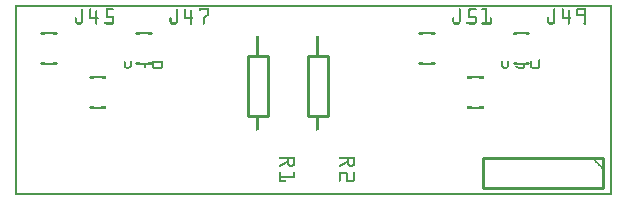
<source format=gto>
G04 MADE WITH FRITZING*
G04 WWW.FRITZING.ORG*
G04 DOUBLE SIDED*
G04 HOLES PLATED*
G04 CONTOUR ON CENTER OF CONTOUR VECTOR*
%ASAXBY*%
%FSLAX23Y23*%
%MOIN*%
%OFA0B0*%
%SFA1.0B1.0*%
%ADD10C,0.010000*%
%ADD11R,0.001000X0.001000*%
%LNSILK1*%
G90*
G70*
G54D10*
X1043Y464D02*
X1043Y264D01*
D02*
X1043Y264D02*
X977Y264D01*
D02*
X977Y264D02*
X977Y464D01*
D02*
X977Y464D02*
X1043Y464D01*
D02*
X843Y464D02*
X843Y264D01*
D02*
X843Y264D02*
X777Y264D01*
D02*
X777Y264D02*
X777Y464D01*
D02*
X777Y464D02*
X843Y464D01*
D02*
X1960Y124D02*
X1560Y124D01*
D02*
X1560Y124D02*
X1560Y24D01*
D02*
X1560Y24D02*
X1960Y24D01*
D02*
X1960Y24D02*
X1960Y124D01*
G54D11*
X0Y636D02*
X1989Y636D01*
X0Y635D02*
X1989Y635D01*
X0Y634D02*
X1989Y634D01*
X0Y633D02*
X1989Y633D01*
X0Y632D02*
X1989Y632D01*
X0Y631D02*
X1989Y631D01*
X0Y630D02*
X1989Y630D01*
X0Y629D02*
X1989Y629D01*
X0Y628D02*
X7Y628D01*
X1982Y628D02*
X1989Y628D01*
X0Y627D02*
X7Y627D01*
X1982Y627D02*
X1989Y627D01*
X0Y626D02*
X7Y626D01*
X1982Y626D02*
X1989Y626D01*
X0Y625D02*
X7Y625D01*
X1982Y625D02*
X1989Y625D01*
X0Y624D02*
X7Y624D01*
X223Y624D02*
X223Y624D01*
X250Y624D02*
X251Y624D01*
X303Y624D02*
X327Y624D01*
X539Y624D02*
X539Y624D01*
X566Y624D02*
X567Y624D01*
X614Y624D02*
X645Y624D01*
X1481Y624D02*
X1482Y624D01*
X1512Y624D02*
X1535Y624D01*
X1557Y624D02*
X1574Y624D01*
X1797Y624D02*
X1798Y624D01*
X1825Y624D02*
X1825Y624D01*
X1873Y624D02*
X1901Y624D01*
X1982Y624D02*
X1989Y624D01*
X0Y623D02*
X7Y623D01*
X221Y623D02*
X225Y623D01*
X249Y623D02*
X253Y623D01*
X303Y623D02*
X328Y623D01*
X537Y623D02*
X541Y623D01*
X564Y623D02*
X568Y623D01*
X613Y623D02*
X645Y623D01*
X1480Y623D02*
X1484Y623D01*
X1511Y623D02*
X1537Y623D01*
X1555Y623D02*
X1574Y623D01*
X1795Y623D02*
X1799Y623D01*
X1823Y623D02*
X1827Y623D01*
X1871Y623D02*
X1903Y623D01*
X1982Y623D02*
X1989Y623D01*
X0Y622D02*
X7Y622D01*
X220Y622D02*
X226Y622D01*
X248Y622D02*
X253Y622D01*
X303Y622D02*
X329Y622D01*
X536Y622D02*
X542Y622D01*
X564Y622D02*
X569Y622D01*
X612Y622D02*
X645Y622D01*
X1479Y622D02*
X1484Y622D01*
X1511Y622D02*
X1538Y622D01*
X1555Y622D02*
X1574Y622D01*
X1795Y622D02*
X1800Y622D01*
X1822Y622D02*
X1828Y622D01*
X1871Y622D02*
X1904Y622D01*
X1982Y622D02*
X1989Y622D01*
X0Y621D02*
X7Y621D01*
X220Y621D02*
X226Y621D01*
X248Y621D02*
X254Y621D01*
X303Y621D02*
X329Y621D01*
X536Y621D02*
X542Y621D01*
X564Y621D02*
X569Y621D01*
X612Y621D02*
X645Y621D01*
X1479Y621D02*
X1485Y621D01*
X1511Y621D02*
X1538Y621D01*
X1555Y621D02*
X1574Y621D01*
X1794Y621D02*
X1800Y621D01*
X1822Y621D02*
X1828Y621D01*
X1870Y621D02*
X1904Y621D01*
X1982Y621D02*
X1989Y621D01*
X0Y620D02*
X7Y620D01*
X220Y620D02*
X226Y620D01*
X248Y620D02*
X254Y620D01*
X303Y620D02*
X329Y620D01*
X536Y620D02*
X542Y620D01*
X563Y620D02*
X569Y620D01*
X612Y620D02*
X645Y620D01*
X1479Y620D02*
X1485Y620D01*
X1511Y620D02*
X1538Y620D01*
X1555Y620D02*
X1574Y620D01*
X1794Y620D02*
X1800Y620D01*
X1822Y620D02*
X1828Y620D01*
X1870Y620D02*
X1904Y620D01*
X1982Y620D02*
X1989Y620D01*
X0Y619D02*
X7Y619D01*
X220Y619D02*
X226Y619D01*
X248Y619D02*
X254Y619D01*
X303Y619D02*
X329Y619D01*
X536Y619D02*
X542Y619D01*
X563Y619D02*
X569Y619D01*
X612Y619D02*
X645Y619D01*
X1479Y619D02*
X1485Y619D01*
X1511Y619D02*
X1538Y619D01*
X1555Y619D02*
X1574Y619D01*
X1794Y619D02*
X1800Y619D01*
X1822Y619D02*
X1828Y619D01*
X1870Y619D02*
X1904Y619D01*
X1982Y619D02*
X1989Y619D01*
X0Y618D02*
X7Y618D01*
X220Y618D02*
X226Y618D01*
X248Y618D02*
X254Y618D01*
X271Y618D02*
X272Y618D01*
X303Y618D02*
X328Y618D01*
X536Y618D02*
X542Y618D01*
X563Y618D02*
X569Y618D01*
X586Y618D02*
X588Y618D01*
X612Y618D02*
X645Y618D01*
X1479Y618D02*
X1485Y618D01*
X1511Y618D02*
X1537Y618D01*
X1556Y618D02*
X1574Y618D01*
X1794Y618D02*
X1800Y618D01*
X1822Y618D02*
X1828Y618D01*
X1845Y618D02*
X1846Y618D01*
X1870Y618D02*
X1904Y618D01*
X1982Y618D02*
X1989Y618D01*
X0Y617D02*
X7Y617D01*
X220Y617D02*
X226Y617D01*
X248Y617D02*
X254Y617D01*
X269Y617D02*
X273Y617D01*
X303Y617D02*
X309Y617D01*
X536Y617D02*
X542Y617D01*
X563Y617D02*
X569Y617D01*
X585Y617D02*
X589Y617D01*
X612Y617D02*
X618Y617D01*
X639Y617D02*
X645Y617D01*
X1479Y617D02*
X1485Y617D01*
X1511Y617D02*
X1518Y617D01*
X1568Y617D02*
X1574Y617D01*
X1794Y617D02*
X1800Y617D01*
X1822Y617D02*
X1828Y617D01*
X1844Y617D02*
X1848Y617D01*
X1870Y617D02*
X1877Y617D01*
X1898Y617D02*
X1904Y617D01*
X1982Y617D02*
X1989Y617D01*
X0Y616D02*
X7Y616D01*
X220Y616D02*
X226Y616D01*
X248Y616D02*
X254Y616D01*
X269Y616D02*
X274Y616D01*
X303Y616D02*
X309Y616D01*
X536Y616D02*
X542Y616D01*
X563Y616D02*
X569Y616D01*
X584Y616D02*
X590Y616D01*
X612Y616D02*
X617Y616D01*
X639Y616D02*
X645Y616D01*
X1479Y616D02*
X1485Y616D01*
X1511Y616D02*
X1517Y616D01*
X1568Y616D02*
X1574Y616D01*
X1794Y616D02*
X1800Y616D01*
X1822Y616D02*
X1828Y616D01*
X1843Y616D02*
X1848Y616D01*
X1870Y616D02*
X1876Y616D01*
X1898Y616D02*
X1904Y616D01*
X1982Y616D02*
X1989Y616D01*
X0Y615D02*
X7Y615D01*
X220Y615D02*
X226Y615D01*
X248Y615D02*
X254Y615D01*
X268Y615D02*
X274Y615D01*
X303Y615D02*
X309Y615D01*
X536Y615D02*
X542Y615D01*
X563Y615D02*
X569Y615D01*
X584Y615D02*
X590Y615D01*
X613Y615D02*
X616Y615D01*
X639Y615D02*
X645Y615D01*
X1479Y615D02*
X1485Y615D01*
X1511Y615D02*
X1517Y615D01*
X1568Y615D02*
X1574Y615D01*
X1794Y615D02*
X1800Y615D01*
X1822Y615D02*
X1828Y615D01*
X1843Y615D02*
X1849Y615D01*
X1870Y615D02*
X1876Y615D01*
X1898Y615D02*
X1904Y615D01*
X1982Y615D02*
X1989Y615D01*
X0Y614D02*
X7Y614D01*
X220Y614D02*
X226Y614D01*
X248Y614D02*
X254Y614D01*
X268Y614D02*
X274Y614D01*
X303Y614D02*
X309Y614D01*
X536Y614D02*
X542Y614D01*
X563Y614D02*
X569Y614D01*
X584Y614D02*
X590Y614D01*
X639Y614D02*
X645Y614D01*
X1479Y614D02*
X1485Y614D01*
X1511Y614D02*
X1517Y614D01*
X1568Y614D02*
X1574Y614D01*
X1794Y614D02*
X1800Y614D01*
X1822Y614D02*
X1828Y614D01*
X1843Y614D02*
X1849Y614D01*
X1870Y614D02*
X1876Y614D01*
X1898Y614D02*
X1904Y614D01*
X1982Y614D02*
X1989Y614D01*
X0Y613D02*
X7Y613D01*
X220Y613D02*
X226Y613D01*
X248Y613D02*
X254Y613D01*
X268Y613D02*
X274Y613D01*
X303Y613D02*
X309Y613D01*
X536Y613D02*
X542Y613D01*
X563Y613D02*
X569Y613D01*
X584Y613D02*
X590Y613D01*
X639Y613D02*
X645Y613D01*
X1479Y613D02*
X1485Y613D01*
X1511Y613D02*
X1517Y613D01*
X1568Y613D02*
X1574Y613D01*
X1794Y613D02*
X1800Y613D01*
X1822Y613D02*
X1828Y613D01*
X1843Y613D02*
X1849Y613D01*
X1870Y613D02*
X1876Y613D01*
X1898Y613D02*
X1904Y613D01*
X1982Y613D02*
X1989Y613D01*
X0Y612D02*
X7Y612D01*
X220Y612D02*
X226Y612D01*
X248Y612D02*
X254Y612D01*
X268Y612D02*
X274Y612D01*
X303Y612D02*
X309Y612D01*
X536Y612D02*
X542Y612D01*
X563Y612D02*
X569Y612D01*
X584Y612D02*
X590Y612D01*
X639Y612D02*
X645Y612D01*
X1479Y612D02*
X1485Y612D01*
X1511Y612D02*
X1517Y612D01*
X1568Y612D02*
X1574Y612D01*
X1794Y612D02*
X1800Y612D01*
X1822Y612D02*
X1828Y612D01*
X1843Y612D02*
X1849Y612D01*
X1870Y612D02*
X1876Y612D01*
X1898Y612D02*
X1904Y612D01*
X1982Y612D02*
X1989Y612D01*
X0Y611D02*
X7Y611D01*
X220Y611D02*
X226Y611D01*
X248Y611D02*
X254Y611D01*
X268Y611D02*
X274Y611D01*
X303Y611D02*
X309Y611D01*
X536Y611D02*
X542Y611D01*
X563Y611D02*
X569Y611D01*
X584Y611D02*
X590Y611D01*
X639Y611D02*
X645Y611D01*
X1479Y611D02*
X1485Y611D01*
X1511Y611D02*
X1517Y611D01*
X1568Y611D02*
X1574Y611D01*
X1794Y611D02*
X1800Y611D01*
X1822Y611D02*
X1828Y611D01*
X1843Y611D02*
X1849Y611D01*
X1870Y611D02*
X1876Y611D01*
X1898Y611D02*
X1904Y611D01*
X1982Y611D02*
X1989Y611D01*
X0Y610D02*
X7Y610D01*
X220Y610D02*
X226Y610D01*
X248Y610D02*
X254Y610D01*
X268Y610D02*
X274Y610D01*
X303Y610D02*
X309Y610D01*
X536Y610D02*
X542Y610D01*
X563Y610D02*
X569Y610D01*
X584Y610D02*
X590Y610D01*
X639Y610D02*
X645Y610D01*
X1479Y610D02*
X1485Y610D01*
X1511Y610D02*
X1517Y610D01*
X1568Y610D02*
X1574Y610D01*
X1794Y610D02*
X1800Y610D01*
X1822Y610D02*
X1828Y610D01*
X1843Y610D02*
X1849Y610D01*
X1870Y610D02*
X1876Y610D01*
X1898Y610D02*
X1904Y610D01*
X1982Y610D02*
X1989Y610D01*
X0Y609D02*
X7Y609D01*
X220Y609D02*
X226Y609D01*
X248Y609D02*
X254Y609D01*
X268Y609D02*
X274Y609D01*
X303Y609D02*
X309Y609D01*
X536Y609D02*
X542Y609D01*
X563Y609D02*
X569Y609D01*
X584Y609D02*
X590Y609D01*
X639Y609D02*
X645Y609D01*
X1479Y609D02*
X1485Y609D01*
X1511Y609D02*
X1517Y609D01*
X1568Y609D02*
X1574Y609D01*
X1794Y609D02*
X1800Y609D01*
X1822Y609D02*
X1828Y609D01*
X1843Y609D02*
X1849Y609D01*
X1870Y609D02*
X1876Y609D01*
X1898Y609D02*
X1904Y609D01*
X1982Y609D02*
X1989Y609D01*
X0Y608D02*
X7Y608D01*
X220Y608D02*
X226Y608D01*
X248Y608D02*
X254Y608D01*
X268Y608D02*
X274Y608D01*
X303Y608D02*
X309Y608D01*
X536Y608D02*
X542Y608D01*
X563Y608D02*
X569Y608D01*
X584Y608D02*
X590Y608D01*
X639Y608D02*
X645Y608D01*
X1479Y608D02*
X1485Y608D01*
X1511Y608D02*
X1517Y608D01*
X1568Y608D02*
X1574Y608D01*
X1794Y608D02*
X1800Y608D01*
X1822Y608D02*
X1828Y608D01*
X1843Y608D02*
X1849Y608D01*
X1870Y608D02*
X1876Y608D01*
X1898Y608D02*
X1904Y608D01*
X1982Y608D02*
X1989Y608D01*
X0Y607D02*
X7Y607D01*
X220Y607D02*
X226Y607D01*
X248Y607D02*
X254Y607D01*
X268Y607D02*
X274Y607D01*
X303Y607D02*
X309Y607D01*
X536Y607D02*
X542Y607D01*
X563Y607D02*
X569Y607D01*
X584Y607D02*
X590Y607D01*
X639Y607D02*
X645Y607D01*
X1479Y607D02*
X1485Y607D01*
X1511Y607D02*
X1517Y607D01*
X1568Y607D02*
X1574Y607D01*
X1794Y607D02*
X1800Y607D01*
X1822Y607D02*
X1828Y607D01*
X1843Y607D02*
X1849Y607D01*
X1870Y607D02*
X1876Y607D01*
X1898Y607D02*
X1904Y607D01*
X1982Y607D02*
X1989Y607D01*
X0Y606D02*
X7Y606D01*
X220Y606D02*
X226Y606D01*
X248Y606D02*
X254Y606D01*
X268Y606D02*
X274Y606D01*
X303Y606D02*
X309Y606D01*
X536Y606D02*
X542Y606D01*
X563Y606D02*
X569Y606D01*
X584Y606D02*
X590Y606D01*
X639Y606D02*
X645Y606D01*
X1479Y606D02*
X1485Y606D01*
X1511Y606D02*
X1517Y606D01*
X1568Y606D02*
X1574Y606D01*
X1794Y606D02*
X1800Y606D01*
X1822Y606D02*
X1828Y606D01*
X1843Y606D02*
X1849Y606D01*
X1870Y606D02*
X1904Y606D01*
X1982Y606D02*
X1989Y606D01*
X0Y605D02*
X7Y605D01*
X220Y605D02*
X226Y605D01*
X248Y605D02*
X254Y605D01*
X268Y605D02*
X274Y605D01*
X303Y605D02*
X309Y605D01*
X536Y605D02*
X542Y605D01*
X563Y605D02*
X569Y605D01*
X584Y605D02*
X590Y605D01*
X639Y605D02*
X645Y605D01*
X1479Y605D02*
X1485Y605D01*
X1511Y605D02*
X1517Y605D01*
X1568Y605D02*
X1574Y605D01*
X1794Y605D02*
X1800Y605D01*
X1822Y605D02*
X1828Y605D01*
X1843Y605D02*
X1849Y605D01*
X1870Y605D02*
X1904Y605D01*
X1982Y605D02*
X1989Y605D01*
X0Y604D02*
X7Y604D01*
X220Y604D02*
X226Y604D01*
X248Y604D02*
X254Y604D01*
X268Y604D02*
X274Y604D01*
X303Y604D02*
X309Y604D01*
X536Y604D02*
X542Y604D01*
X563Y604D02*
X569Y604D01*
X584Y604D02*
X590Y604D01*
X639Y604D02*
X645Y604D01*
X1479Y604D02*
X1485Y604D01*
X1511Y604D02*
X1517Y604D01*
X1568Y604D02*
X1574Y604D01*
X1794Y604D02*
X1800Y604D01*
X1822Y604D02*
X1828Y604D01*
X1843Y604D02*
X1849Y604D01*
X1870Y604D02*
X1904Y604D01*
X1982Y604D02*
X1989Y604D01*
X0Y603D02*
X7Y603D01*
X220Y603D02*
X226Y603D01*
X248Y603D02*
X254Y603D01*
X268Y603D02*
X274Y603D01*
X303Y603D02*
X309Y603D01*
X536Y603D02*
X542Y603D01*
X563Y603D02*
X569Y603D01*
X584Y603D02*
X590Y603D01*
X637Y603D02*
X645Y603D01*
X1479Y603D02*
X1485Y603D01*
X1511Y603D02*
X1517Y603D01*
X1568Y603D02*
X1574Y603D01*
X1794Y603D02*
X1800Y603D01*
X1822Y603D02*
X1828Y603D01*
X1843Y603D02*
X1849Y603D01*
X1870Y603D02*
X1904Y603D01*
X1982Y603D02*
X1989Y603D01*
X0Y602D02*
X7Y602D01*
X220Y602D02*
X226Y602D01*
X248Y602D02*
X254Y602D01*
X268Y602D02*
X274Y602D01*
X303Y602D02*
X309Y602D01*
X536Y602D02*
X542Y602D01*
X563Y602D02*
X569Y602D01*
X584Y602D02*
X590Y602D01*
X636Y602D02*
X645Y602D01*
X1479Y602D02*
X1485Y602D01*
X1511Y602D02*
X1517Y602D01*
X1568Y602D02*
X1574Y602D01*
X1794Y602D02*
X1800Y602D01*
X1822Y602D02*
X1828Y602D01*
X1843Y602D02*
X1849Y602D01*
X1871Y602D02*
X1904Y602D01*
X1982Y602D02*
X1989Y602D01*
X0Y601D02*
X7Y601D01*
X220Y601D02*
X226Y601D01*
X248Y601D02*
X254Y601D01*
X268Y601D02*
X274Y601D01*
X303Y601D02*
X309Y601D01*
X536Y601D02*
X542Y601D01*
X563Y601D02*
X569Y601D01*
X584Y601D02*
X590Y601D01*
X635Y601D02*
X645Y601D01*
X1479Y601D02*
X1485Y601D01*
X1511Y601D02*
X1517Y601D01*
X1568Y601D02*
X1574Y601D01*
X1794Y601D02*
X1800Y601D01*
X1822Y601D02*
X1828Y601D01*
X1843Y601D02*
X1849Y601D01*
X1871Y601D02*
X1904Y601D01*
X1982Y601D02*
X1989Y601D01*
X0Y600D02*
X7Y600D01*
X220Y600D02*
X226Y600D01*
X248Y600D02*
X254Y600D01*
X268Y600D02*
X274Y600D01*
X303Y600D02*
X325Y600D01*
X536Y600D02*
X542Y600D01*
X563Y600D02*
X569Y600D01*
X584Y600D02*
X590Y600D01*
X634Y600D02*
X644Y600D01*
X1479Y600D02*
X1485Y600D01*
X1511Y600D02*
X1534Y600D01*
X1568Y600D02*
X1574Y600D01*
X1794Y600D02*
X1800Y600D01*
X1822Y600D02*
X1828Y600D01*
X1843Y600D02*
X1849Y600D01*
X1872Y600D02*
X1904Y600D01*
X1982Y600D02*
X1989Y600D01*
X0Y599D02*
X7Y599D01*
X220Y599D02*
X226Y599D01*
X248Y599D02*
X254Y599D01*
X268Y599D02*
X274Y599D01*
X303Y599D02*
X327Y599D01*
X536Y599D02*
X542Y599D01*
X563Y599D02*
X569Y599D01*
X584Y599D02*
X590Y599D01*
X633Y599D02*
X643Y599D01*
X1479Y599D02*
X1485Y599D01*
X1511Y599D02*
X1535Y599D01*
X1568Y599D02*
X1574Y599D01*
X1794Y599D02*
X1800Y599D01*
X1822Y599D02*
X1828Y599D01*
X1843Y599D02*
X1849Y599D01*
X1898Y599D02*
X1904Y599D01*
X1982Y599D02*
X1989Y599D01*
X0Y598D02*
X7Y598D01*
X220Y598D02*
X226Y598D01*
X248Y598D02*
X254Y598D01*
X268Y598D02*
X274Y598D01*
X303Y598D02*
X328Y598D01*
X536Y598D02*
X542Y598D01*
X563Y598D02*
X569Y598D01*
X584Y598D02*
X590Y598D01*
X632Y598D02*
X641Y598D01*
X1479Y598D02*
X1485Y598D01*
X1511Y598D02*
X1536Y598D01*
X1568Y598D02*
X1574Y598D01*
X1794Y598D02*
X1800Y598D01*
X1822Y598D02*
X1828Y598D01*
X1843Y598D02*
X1849Y598D01*
X1898Y598D02*
X1904Y598D01*
X1982Y598D02*
X1989Y598D01*
X0Y597D02*
X7Y597D01*
X220Y597D02*
X226Y597D01*
X248Y597D02*
X254Y597D01*
X268Y597D02*
X274Y597D01*
X303Y597D02*
X329Y597D01*
X536Y597D02*
X542Y597D01*
X563Y597D02*
X569Y597D01*
X584Y597D02*
X590Y597D01*
X630Y597D02*
X640Y597D01*
X1479Y597D02*
X1485Y597D01*
X1511Y597D02*
X1537Y597D01*
X1568Y597D02*
X1574Y597D01*
X1794Y597D02*
X1800Y597D01*
X1822Y597D02*
X1828Y597D01*
X1843Y597D02*
X1849Y597D01*
X1898Y597D02*
X1904Y597D01*
X1982Y597D02*
X1989Y597D01*
X0Y596D02*
X7Y596D01*
X220Y596D02*
X226Y596D01*
X248Y596D02*
X254Y596D01*
X268Y596D02*
X274Y596D01*
X303Y596D02*
X329Y596D01*
X536Y596D02*
X542Y596D01*
X563Y596D02*
X569Y596D01*
X584Y596D02*
X590Y596D01*
X629Y596D02*
X639Y596D01*
X1479Y596D02*
X1485Y596D01*
X1511Y596D02*
X1538Y596D01*
X1568Y596D02*
X1574Y596D01*
X1794Y596D02*
X1800Y596D01*
X1822Y596D02*
X1828Y596D01*
X1843Y596D02*
X1849Y596D01*
X1898Y596D02*
X1904Y596D01*
X1982Y596D02*
X1989Y596D01*
X0Y595D02*
X7Y595D01*
X220Y595D02*
X226Y595D01*
X248Y595D02*
X254Y595D01*
X268Y595D02*
X274Y595D01*
X303Y595D02*
X329Y595D01*
X536Y595D02*
X542Y595D01*
X563Y595D02*
X570Y595D01*
X584Y595D02*
X590Y595D01*
X628Y595D02*
X638Y595D01*
X1479Y595D02*
X1485Y595D01*
X1511Y595D02*
X1538Y595D01*
X1568Y595D02*
X1574Y595D01*
X1794Y595D02*
X1800Y595D01*
X1822Y595D02*
X1828Y595D01*
X1843Y595D02*
X1849Y595D01*
X1898Y595D02*
X1904Y595D01*
X1982Y595D02*
X1989Y595D01*
X0Y594D02*
X7Y594D01*
X201Y594D02*
X204Y594D01*
X220Y594D02*
X226Y594D01*
X248Y594D02*
X276Y594D01*
X303Y594D02*
X329Y594D01*
X517Y594D02*
X520Y594D01*
X536Y594D02*
X542Y594D01*
X563Y594D02*
X592Y594D01*
X627Y594D02*
X637Y594D01*
X1459Y594D02*
X1462Y594D01*
X1479Y594D02*
X1485Y594D01*
X1511Y594D02*
X1538Y594D01*
X1568Y594D02*
X1574Y594D01*
X1583Y594D02*
X1587Y594D01*
X1775Y594D02*
X1778Y594D01*
X1794Y594D02*
X1800Y594D01*
X1822Y594D02*
X1851Y594D01*
X1898Y594D02*
X1904Y594D01*
X1982Y594D02*
X1989Y594D01*
X0Y593D02*
X7Y593D01*
X200Y593D02*
X205Y593D01*
X220Y593D02*
X226Y593D01*
X248Y593D02*
X277Y593D01*
X323Y593D02*
X330Y593D01*
X516Y593D02*
X521Y593D01*
X536Y593D02*
X542Y593D01*
X563Y593D02*
X593Y593D01*
X626Y593D02*
X636Y593D01*
X1458Y593D02*
X1463Y593D01*
X1479Y593D02*
X1485Y593D01*
X1532Y593D02*
X1538Y593D01*
X1568Y593D02*
X1574Y593D01*
X1583Y593D02*
X1587Y593D01*
X1774Y593D02*
X1779Y593D01*
X1794Y593D02*
X1800Y593D01*
X1822Y593D02*
X1852Y593D01*
X1898Y593D02*
X1904Y593D01*
X1982Y593D02*
X1989Y593D01*
X0Y592D02*
X7Y592D01*
X199Y592D02*
X205Y592D01*
X220Y592D02*
X226Y592D01*
X248Y592D02*
X278Y592D01*
X323Y592D02*
X330Y592D01*
X515Y592D02*
X521Y592D01*
X536Y592D02*
X542Y592D01*
X563Y592D02*
X593Y592D01*
X626Y592D02*
X634Y592D01*
X1458Y592D02*
X1464Y592D01*
X1479Y592D02*
X1485Y592D01*
X1532Y592D02*
X1538Y592D01*
X1568Y592D02*
X1574Y592D01*
X1582Y592D02*
X1588Y592D01*
X1774Y592D02*
X1780Y592D01*
X1794Y592D02*
X1800Y592D01*
X1822Y592D02*
X1852Y592D01*
X1898Y592D02*
X1904Y592D01*
X1982Y592D02*
X1989Y592D01*
X0Y591D02*
X7Y591D01*
X199Y591D02*
X205Y591D01*
X220Y591D02*
X226Y591D01*
X248Y591D02*
X278Y591D01*
X323Y591D02*
X330Y591D01*
X515Y591D02*
X521Y591D01*
X536Y591D02*
X542Y591D01*
X563Y591D02*
X594Y591D01*
X626Y591D02*
X633Y591D01*
X1458Y591D02*
X1464Y591D01*
X1479Y591D02*
X1485Y591D01*
X1532Y591D02*
X1538Y591D01*
X1568Y591D02*
X1574Y591D01*
X1582Y591D02*
X1588Y591D01*
X1774Y591D02*
X1780Y591D01*
X1794Y591D02*
X1800Y591D01*
X1822Y591D02*
X1852Y591D01*
X1898Y591D02*
X1904Y591D01*
X1982Y591D02*
X1989Y591D01*
X0Y590D02*
X7Y590D01*
X199Y590D02*
X205Y590D01*
X220Y590D02*
X226Y590D01*
X248Y590D02*
X278Y590D01*
X323Y590D02*
X330Y590D01*
X515Y590D02*
X521Y590D01*
X536Y590D02*
X542Y590D01*
X563Y590D02*
X593Y590D01*
X626Y590D02*
X632Y590D01*
X1458Y590D02*
X1464Y590D01*
X1479Y590D02*
X1485Y590D01*
X1532Y590D02*
X1538Y590D01*
X1568Y590D02*
X1574Y590D01*
X1582Y590D02*
X1588Y590D01*
X1774Y590D02*
X1780Y590D01*
X1794Y590D02*
X1800Y590D01*
X1822Y590D02*
X1852Y590D01*
X1898Y590D02*
X1904Y590D01*
X1982Y590D02*
X1989Y590D01*
X0Y589D02*
X7Y589D01*
X199Y589D02*
X205Y589D01*
X220Y589D02*
X226Y589D01*
X248Y589D02*
X277Y589D01*
X323Y589D02*
X330Y589D01*
X515Y589D02*
X521Y589D01*
X536Y589D02*
X542Y589D01*
X563Y589D02*
X593Y589D01*
X626Y589D02*
X632Y589D01*
X1458Y589D02*
X1464Y589D01*
X1479Y589D02*
X1485Y589D01*
X1532Y589D02*
X1538Y589D01*
X1568Y589D02*
X1574Y589D01*
X1582Y589D02*
X1588Y589D01*
X1774Y589D02*
X1780Y589D01*
X1794Y589D02*
X1800Y589D01*
X1822Y589D02*
X1851Y589D01*
X1898Y589D02*
X1904Y589D01*
X1982Y589D02*
X1989Y589D01*
X0Y588D02*
X7Y588D01*
X199Y588D02*
X205Y588D01*
X220Y588D02*
X226Y588D01*
X248Y588D02*
X276Y588D01*
X323Y588D02*
X330Y588D01*
X515Y588D02*
X521Y588D01*
X536Y588D02*
X542Y588D01*
X564Y588D02*
X591Y588D01*
X626Y588D02*
X632Y588D01*
X1458Y588D02*
X1464Y588D01*
X1479Y588D02*
X1485Y588D01*
X1532Y588D02*
X1538Y588D01*
X1568Y588D02*
X1574Y588D01*
X1582Y588D02*
X1588Y588D01*
X1774Y588D02*
X1780Y588D01*
X1794Y588D02*
X1800Y588D01*
X1822Y588D02*
X1850Y588D01*
X1898Y588D02*
X1904Y588D01*
X1982Y588D02*
X1989Y588D01*
X0Y587D02*
X7Y587D01*
X199Y587D02*
X205Y587D01*
X220Y587D02*
X226Y587D01*
X268Y587D02*
X274Y587D01*
X323Y587D02*
X330Y587D01*
X515Y587D02*
X521Y587D01*
X536Y587D02*
X542Y587D01*
X584Y587D02*
X590Y587D01*
X626Y587D02*
X632Y587D01*
X1458Y587D02*
X1464Y587D01*
X1479Y587D02*
X1485Y587D01*
X1532Y587D02*
X1538Y587D01*
X1568Y587D02*
X1574Y587D01*
X1582Y587D02*
X1588Y587D01*
X1774Y587D02*
X1780Y587D01*
X1794Y587D02*
X1800Y587D01*
X1843Y587D02*
X1849Y587D01*
X1898Y587D02*
X1904Y587D01*
X1982Y587D02*
X1989Y587D01*
X0Y586D02*
X7Y586D01*
X199Y586D02*
X205Y586D01*
X220Y586D02*
X226Y586D01*
X268Y586D02*
X274Y586D01*
X323Y586D02*
X330Y586D01*
X515Y586D02*
X521Y586D01*
X536Y586D02*
X542Y586D01*
X584Y586D02*
X590Y586D01*
X626Y586D02*
X632Y586D01*
X1458Y586D02*
X1464Y586D01*
X1479Y586D02*
X1485Y586D01*
X1532Y586D02*
X1538Y586D01*
X1568Y586D02*
X1574Y586D01*
X1582Y586D02*
X1588Y586D01*
X1774Y586D02*
X1780Y586D01*
X1794Y586D02*
X1800Y586D01*
X1843Y586D02*
X1849Y586D01*
X1898Y586D02*
X1904Y586D01*
X1982Y586D02*
X1989Y586D01*
X0Y585D02*
X7Y585D01*
X199Y585D02*
X205Y585D01*
X220Y585D02*
X226Y585D01*
X268Y585D02*
X274Y585D01*
X323Y585D02*
X330Y585D01*
X515Y585D02*
X521Y585D01*
X536Y585D02*
X542Y585D01*
X584Y585D02*
X590Y585D01*
X626Y585D02*
X632Y585D01*
X1458Y585D02*
X1464Y585D01*
X1479Y585D02*
X1485Y585D01*
X1532Y585D02*
X1538Y585D01*
X1568Y585D02*
X1574Y585D01*
X1582Y585D02*
X1588Y585D01*
X1774Y585D02*
X1780Y585D01*
X1794Y585D02*
X1800Y585D01*
X1843Y585D02*
X1849Y585D01*
X1898Y585D02*
X1904Y585D01*
X1982Y585D02*
X1989Y585D01*
X0Y584D02*
X7Y584D01*
X199Y584D02*
X205Y584D01*
X220Y584D02*
X226Y584D01*
X268Y584D02*
X274Y584D01*
X323Y584D02*
X330Y584D01*
X515Y584D02*
X521Y584D01*
X536Y584D02*
X542Y584D01*
X584Y584D02*
X590Y584D01*
X626Y584D02*
X632Y584D01*
X1458Y584D02*
X1464Y584D01*
X1479Y584D02*
X1485Y584D01*
X1532Y584D02*
X1538Y584D01*
X1568Y584D02*
X1574Y584D01*
X1582Y584D02*
X1588Y584D01*
X1774Y584D02*
X1780Y584D01*
X1794Y584D02*
X1800Y584D01*
X1843Y584D02*
X1849Y584D01*
X1898Y584D02*
X1904Y584D01*
X1982Y584D02*
X1989Y584D01*
X0Y583D02*
X7Y583D01*
X199Y583D02*
X205Y583D01*
X220Y583D02*
X226Y583D01*
X268Y583D02*
X274Y583D01*
X323Y583D02*
X330Y583D01*
X515Y583D02*
X521Y583D01*
X536Y583D02*
X542Y583D01*
X584Y583D02*
X590Y583D01*
X626Y583D02*
X632Y583D01*
X1458Y583D02*
X1464Y583D01*
X1479Y583D02*
X1485Y583D01*
X1532Y583D02*
X1538Y583D01*
X1568Y583D02*
X1574Y583D01*
X1582Y583D02*
X1588Y583D01*
X1774Y583D02*
X1780Y583D01*
X1794Y583D02*
X1800Y583D01*
X1843Y583D02*
X1849Y583D01*
X1898Y583D02*
X1904Y583D01*
X1982Y583D02*
X1989Y583D01*
X0Y582D02*
X7Y582D01*
X199Y582D02*
X205Y582D01*
X220Y582D02*
X226Y582D01*
X268Y582D02*
X274Y582D01*
X323Y582D02*
X330Y582D01*
X515Y582D02*
X521Y582D01*
X536Y582D02*
X542Y582D01*
X584Y582D02*
X590Y582D01*
X626Y582D02*
X632Y582D01*
X1458Y582D02*
X1464Y582D01*
X1479Y582D02*
X1485Y582D01*
X1532Y582D02*
X1538Y582D01*
X1568Y582D02*
X1574Y582D01*
X1582Y582D02*
X1588Y582D01*
X1774Y582D02*
X1780Y582D01*
X1794Y582D02*
X1800Y582D01*
X1843Y582D02*
X1849Y582D01*
X1898Y582D02*
X1904Y582D01*
X1982Y582D02*
X1989Y582D01*
X0Y581D02*
X7Y581D01*
X199Y581D02*
X205Y581D01*
X220Y581D02*
X226Y581D01*
X268Y581D02*
X274Y581D01*
X323Y581D02*
X330Y581D01*
X515Y581D02*
X521Y581D01*
X536Y581D02*
X542Y581D01*
X584Y581D02*
X590Y581D01*
X626Y581D02*
X632Y581D01*
X1458Y581D02*
X1464Y581D01*
X1479Y581D02*
X1485Y581D01*
X1532Y581D02*
X1538Y581D01*
X1568Y581D02*
X1574Y581D01*
X1582Y581D02*
X1588Y581D01*
X1774Y581D02*
X1780Y581D01*
X1794Y581D02*
X1800Y581D01*
X1843Y581D02*
X1849Y581D01*
X1898Y581D02*
X1904Y581D01*
X1982Y581D02*
X1989Y581D01*
X0Y580D02*
X7Y580D01*
X199Y580D02*
X205Y580D01*
X220Y580D02*
X226Y580D01*
X268Y580D02*
X274Y580D01*
X323Y580D02*
X330Y580D01*
X515Y580D02*
X521Y580D01*
X536Y580D02*
X542Y580D01*
X584Y580D02*
X590Y580D01*
X626Y580D02*
X632Y580D01*
X1458Y580D02*
X1464Y580D01*
X1478Y580D02*
X1485Y580D01*
X1532Y580D02*
X1538Y580D01*
X1568Y580D02*
X1574Y580D01*
X1582Y580D02*
X1588Y580D01*
X1774Y580D02*
X1780Y580D01*
X1794Y580D02*
X1800Y580D01*
X1843Y580D02*
X1849Y580D01*
X1898Y580D02*
X1904Y580D01*
X1982Y580D02*
X1989Y580D01*
X0Y579D02*
X7Y579D01*
X199Y579D02*
X206Y579D01*
X220Y579D02*
X226Y579D01*
X268Y579D02*
X274Y579D01*
X297Y579D02*
X301Y579D01*
X323Y579D02*
X330Y579D01*
X515Y579D02*
X522Y579D01*
X535Y579D02*
X542Y579D01*
X584Y579D02*
X590Y579D01*
X626Y579D02*
X632Y579D01*
X1458Y579D02*
X1464Y579D01*
X1478Y579D02*
X1484Y579D01*
X1506Y579D02*
X1510Y579D01*
X1532Y579D02*
X1538Y579D01*
X1568Y579D02*
X1574Y579D01*
X1582Y579D02*
X1588Y579D01*
X1774Y579D02*
X1780Y579D01*
X1794Y579D02*
X1800Y579D01*
X1843Y579D02*
X1849Y579D01*
X1898Y579D02*
X1904Y579D01*
X1982Y579D02*
X1989Y579D01*
X0Y578D02*
X7Y578D01*
X200Y578D02*
X207Y578D01*
X219Y578D02*
X226Y578D01*
X268Y578D02*
X274Y578D01*
X296Y578D02*
X304Y578D01*
X323Y578D02*
X330Y578D01*
X516Y578D02*
X522Y578D01*
X535Y578D02*
X542Y578D01*
X584Y578D02*
X590Y578D01*
X626Y578D02*
X632Y578D01*
X1458Y578D02*
X1465Y578D01*
X1477Y578D02*
X1484Y578D01*
X1505Y578D02*
X1512Y578D01*
X1532Y578D02*
X1538Y578D01*
X1568Y578D02*
X1574Y578D01*
X1582Y578D02*
X1588Y578D01*
X1774Y578D02*
X1781Y578D01*
X1793Y578D02*
X1800Y578D01*
X1843Y578D02*
X1849Y578D01*
X1898Y578D02*
X1904Y578D01*
X1982Y578D02*
X1989Y578D01*
X0Y577D02*
X7Y577D01*
X200Y577D02*
X225Y577D01*
X268Y577D02*
X274Y577D01*
X296Y577D02*
X329Y577D01*
X516Y577D02*
X541Y577D01*
X584Y577D02*
X590Y577D01*
X626Y577D02*
X632Y577D01*
X1459Y577D02*
X1484Y577D01*
X1505Y577D02*
X1538Y577D01*
X1558Y577D02*
X1588Y577D01*
X1774Y577D02*
X1800Y577D01*
X1843Y577D02*
X1849Y577D01*
X1897Y577D02*
X1904Y577D01*
X1982Y577D02*
X1989Y577D01*
X0Y576D02*
X7Y576D01*
X200Y576D02*
X225Y576D01*
X268Y576D02*
X274Y576D01*
X296Y576D02*
X329Y576D01*
X516Y576D02*
X541Y576D01*
X584Y576D02*
X590Y576D01*
X626Y576D02*
X632Y576D01*
X1459Y576D02*
X1484Y576D01*
X1505Y576D02*
X1538Y576D01*
X1556Y576D02*
X1588Y576D01*
X1775Y576D02*
X1799Y576D01*
X1843Y576D02*
X1849Y576D01*
X1895Y576D02*
X1904Y576D01*
X1982Y576D02*
X1989Y576D01*
X0Y575D02*
X7Y575D01*
X201Y575D02*
X224Y575D01*
X268Y575D02*
X274Y575D01*
X296Y575D02*
X329Y575D01*
X517Y575D02*
X540Y575D01*
X584Y575D02*
X590Y575D01*
X626Y575D02*
X632Y575D01*
X1459Y575D02*
X1483Y575D01*
X1505Y575D02*
X1538Y575D01*
X1555Y575D02*
X1588Y575D01*
X1775Y575D02*
X1799Y575D01*
X1843Y575D02*
X1849Y575D01*
X1895Y575D02*
X1904Y575D01*
X1982Y575D02*
X1989Y575D01*
X0Y574D02*
X7Y574D01*
X202Y574D02*
X224Y574D01*
X268Y574D02*
X274Y574D01*
X297Y574D02*
X329Y574D01*
X518Y574D02*
X540Y574D01*
X584Y574D02*
X590Y574D01*
X626Y574D02*
X632Y574D01*
X1460Y574D02*
X1482Y574D01*
X1505Y574D02*
X1537Y574D01*
X1555Y574D02*
X1588Y574D01*
X1776Y574D02*
X1798Y574D01*
X1843Y574D02*
X1849Y574D01*
X1894Y574D02*
X1904Y574D01*
X1982Y574D02*
X1989Y574D01*
X0Y573D02*
X7Y573D01*
X203Y573D02*
X223Y573D01*
X268Y573D02*
X274Y573D01*
X299Y573D02*
X328Y573D01*
X519Y573D02*
X539Y573D01*
X584Y573D02*
X590Y573D01*
X626Y573D02*
X631Y573D01*
X1461Y573D02*
X1481Y573D01*
X1507Y573D02*
X1537Y573D01*
X1555Y573D02*
X1588Y573D01*
X1777Y573D02*
X1797Y573D01*
X1843Y573D02*
X1849Y573D01*
X1895Y573D02*
X1904Y573D01*
X1982Y573D02*
X1989Y573D01*
X0Y572D02*
X7Y572D01*
X204Y572D02*
X222Y572D01*
X269Y572D02*
X274Y572D01*
X301Y572D02*
X327Y572D01*
X520Y572D02*
X537Y572D01*
X585Y572D02*
X590Y572D01*
X626Y572D02*
X631Y572D01*
X1462Y572D02*
X1480Y572D01*
X1509Y572D02*
X1536Y572D01*
X1555Y572D02*
X1588Y572D01*
X1778Y572D02*
X1796Y572D01*
X1843Y572D02*
X1848Y572D01*
X1895Y572D02*
X1903Y572D01*
X1982Y572D02*
X1989Y572D01*
X0Y571D02*
X7Y571D01*
X206Y571D02*
X220Y571D01*
X270Y571D02*
X273Y571D01*
X303Y571D02*
X326Y571D01*
X521Y571D02*
X536Y571D01*
X585Y571D02*
X589Y571D01*
X627Y571D02*
X630Y571D01*
X1464Y571D02*
X1478Y571D01*
X1512Y571D02*
X1534Y571D01*
X1556Y571D02*
X1587Y571D01*
X1780Y571D02*
X1794Y571D01*
X1844Y571D02*
X1847Y571D01*
X1896Y571D02*
X1903Y571D01*
X1982Y571D02*
X1989Y571D01*
X0Y570D02*
X7Y570D01*
X1982Y570D02*
X1989Y570D01*
X0Y569D02*
X7Y569D01*
X1982Y569D02*
X1989Y569D01*
X0Y568D02*
X7Y568D01*
X1982Y568D02*
X1989Y568D01*
X0Y567D02*
X7Y567D01*
X1982Y567D02*
X1989Y567D01*
X0Y566D02*
X7Y566D01*
X1982Y566D02*
X1989Y566D01*
X0Y565D02*
X7Y565D01*
X1982Y565D02*
X1989Y565D01*
X0Y564D02*
X7Y564D01*
X1982Y564D02*
X1989Y564D01*
X0Y563D02*
X7Y563D01*
X1982Y563D02*
X1989Y563D01*
X0Y562D02*
X7Y562D01*
X1982Y562D02*
X1989Y562D01*
X0Y561D02*
X7Y561D01*
X1982Y561D02*
X1989Y561D01*
X0Y560D02*
X7Y560D01*
X1982Y560D02*
X1989Y560D01*
X0Y559D02*
X7Y559D01*
X1982Y559D02*
X1989Y559D01*
X0Y558D02*
X7Y558D01*
X1982Y558D02*
X1989Y558D01*
X0Y557D02*
X7Y557D01*
X1982Y557D02*
X1989Y557D01*
X0Y556D02*
X7Y556D01*
X1982Y556D02*
X1989Y556D01*
X0Y555D02*
X7Y555D01*
X1982Y555D02*
X1989Y555D01*
X0Y554D02*
X7Y554D01*
X1982Y554D02*
X1989Y554D01*
X0Y553D02*
X7Y553D01*
X1982Y553D02*
X1989Y553D01*
X0Y552D02*
X7Y552D01*
X1982Y552D02*
X1989Y552D01*
X0Y551D02*
X7Y551D01*
X1982Y551D02*
X1989Y551D01*
X0Y550D02*
X7Y550D01*
X1982Y550D02*
X1989Y550D01*
X0Y549D02*
X7Y549D01*
X1982Y549D02*
X1989Y549D01*
X0Y548D02*
X7Y548D01*
X1982Y548D02*
X1989Y548D01*
X0Y547D02*
X7Y547D01*
X1982Y547D02*
X1989Y547D01*
X0Y546D02*
X7Y546D01*
X1982Y546D02*
X1989Y546D01*
X0Y545D02*
X7Y545D01*
X1982Y545D02*
X1989Y545D01*
X0Y544D02*
X7Y544D01*
X88Y544D02*
X140Y544D01*
X403Y544D02*
X456Y544D01*
X1346Y544D02*
X1398Y544D01*
X1662Y544D02*
X1714Y544D01*
X1982Y544D02*
X1989Y544D01*
X0Y543D02*
X7Y543D01*
X86Y543D02*
X141Y543D01*
X402Y543D02*
X457Y543D01*
X1345Y543D02*
X1400Y543D01*
X1661Y543D02*
X1715Y543D01*
X1982Y543D02*
X1989Y543D01*
X0Y542D02*
X7Y542D01*
X85Y542D02*
X142Y542D01*
X401Y542D02*
X458Y542D01*
X1344Y542D02*
X1400Y542D01*
X1660Y542D02*
X1716Y542D01*
X1982Y542D02*
X1989Y542D01*
X0Y541D02*
X7Y541D01*
X85Y541D02*
X142Y541D01*
X401Y541D02*
X458Y541D01*
X1344Y541D02*
X1401Y541D01*
X1660Y541D02*
X1716Y541D01*
X1982Y541D02*
X1989Y541D01*
X0Y540D02*
X7Y540D01*
X85Y540D02*
X142Y540D01*
X401Y540D02*
X458Y540D01*
X1344Y540D02*
X1401Y540D01*
X1660Y540D02*
X1716Y540D01*
X1982Y540D02*
X1989Y540D01*
X0Y539D02*
X7Y539D01*
X85Y539D02*
X142Y539D01*
X401Y539D02*
X458Y539D01*
X1344Y539D02*
X1371Y539D01*
X1373Y539D02*
X1400Y539D01*
X1660Y539D02*
X1687Y539D01*
X1689Y539D02*
X1716Y539D01*
X1982Y539D02*
X1989Y539D01*
X0Y538D02*
X7Y538D01*
X86Y538D02*
X104Y538D01*
X124Y538D02*
X141Y538D01*
X402Y538D02*
X419Y538D01*
X439Y538D02*
X457Y538D01*
X1344Y538D02*
X1362Y538D01*
X1382Y538D02*
X1400Y538D01*
X1660Y538D02*
X1678Y538D01*
X1698Y538D02*
X1716Y538D01*
X1982Y538D02*
X1989Y538D01*
X0Y537D02*
X7Y537D01*
X87Y537D02*
X100Y537D01*
X128Y537D02*
X140Y537D01*
X403Y537D02*
X415Y537D01*
X444Y537D02*
X456Y537D01*
X1346Y537D02*
X1358Y537D01*
X1386Y537D02*
X1399Y537D01*
X1661Y537D02*
X1674Y537D01*
X1702Y537D02*
X1714Y537D01*
X1982Y537D02*
X1989Y537D01*
X0Y536D02*
X7Y536D01*
X1982Y536D02*
X1989Y536D01*
X0Y535D02*
X7Y535D01*
X1982Y535D02*
X1989Y535D01*
X0Y534D02*
X7Y534D01*
X1982Y534D02*
X1989Y534D01*
X0Y533D02*
X7Y533D01*
X1982Y533D02*
X1989Y533D01*
X0Y532D02*
X7Y532D01*
X805Y532D02*
X807Y532D01*
X812Y532D02*
X814Y532D01*
X1005Y532D02*
X1007Y532D01*
X1012Y532D02*
X1014Y532D01*
X1982Y532D02*
X1989Y532D01*
X0Y531D02*
X7Y531D01*
X805Y531D02*
X814Y531D01*
X1005Y531D02*
X1014Y531D01*
X1982Y531D02*
X1989Y531D01*
X0Y530D02*
X7Y530D01*
X805Y530D02*
X814Y530D01*
X1005Y530D02*
X1014Y530D01*
X1982Y530D02*
X1989Y530D01*
X0Y529D02*
X7Y529D01*
X805Y529D02*
X814Y529D01*
X1005Y529D02*
X1014Y529D01*
X1982Y529D02*
X1989Y529D01*
X0Y528D02*
X7Y528D01*
X805Y528D02*
X814Y528D01*
X1005Y528D02*
X1014Y528D01*
X1982Y528D02*
X1989Y528D01*
X0Y527D02*
X7Y527D01*
X805Y527D02*
X814Y527D01*
X1005Y527D02*
X1014Y527D01*
X1982Y527D02*
X1989Y527D01*
X0Y526D02*
X7Y526D01*
X805Y526D02*
X814Y526D01*
X1005Y526D02*
X1014Y526D01*
X1982Y526D02*
X1989Y526D01*
X0Y525D02*
X7Y525D01*
X805Y525D02*
X814Y525D01*
X1005Y525D02*
X1014Y525D01*
X1982Y525D02*
X1989Y525D01*
X0Y524D02*
X7Y524D01*
X805Y524D02*
X814Y524D01*
X1005Y524D02*
X1014Y524D01*
X1982Y524D02*
X1989Y524D01*
X0Y523D02*
X7Y523D01*
X805Y523D02*
X814Y523D01*
X1005Y523D02*
X1014Y523D01*
X1982Y523D02*
X1989Y523D01*
X0Y522D02*
X7Y522D01*
X805Y522D02*
X814Y522D01*
X1005Y522D02*
X1014Y522D01*
X1982Y522D02*
X1989Y522D01*
X0Y521D02*
X7Y521D01*
X805Y521D02*
X814Y521D01*
X1005Y521D02*
X1014Y521D01*
X1982Y521D02*
X1989Y521D01*
X0Y520D02*
X7Y520D01*
X805Y520D02*
X814Y520D01*
X1005Y520D02*
X1014Y520D01*
X1982Y520D02*
X1989Y520D01*
X0Y519D02*
X7Y519D01*
X805Y519D02*
X814Y519D01*
X1005Y519D02*
X1014Y519D01*
X1982Y519D02*
X1989Y519D01*
X0Y518D02*
X7Y518D01*
X805Y518D02*
X814Y518D01*
X1005Y518D02*
X1014Y518D01*
X1982Y518D02*
X1989Y518D01*
X0Y517D02*
X7Y517D01*
X805Y517D02*
X814Y517D01*
X1005Y517D02*
X1014Y517D01*
X1982Y517D02*
X1989Y517D01*
X0Y516D02*
X7Y516D01*
X805Y516D02*
X814Y516D01*
X1005Y516D02*
X1014Y516D01*
X1982Y516D02*
X1989Y516D01*
X0Y515D02*
X7Y515D01*
X805Y515D02*
X814Y515D01*
X1005Y515D02*
X1014Y515D01*
X1982Y515D02*
X1989Y515D01*
X0Y514D02*
X7Y514D01*
X805Y514D02*
X814Y514D01*
X1005Y514D02*
X1014Y514D01*
X1982Y514D02*
X1989Y514D01*
X0Y513D02*
X7Y513D01*
X805Y513D02*
X814Y513D01*
X1005Y513D02*
X1014Y513D01*
X1982Y513D02*
X1989Y513D01*
X0Y512D02*
X7Y512D01*
X805Y512D02*
X814Y512D01*
X1005Y512D02*
X1014Y512D01*
X1982Y512D02*
X1989Y512D01*
X0Y511D02*
X7Y511D01*
X805Y511D02*
X814Y511D01*
X1005Y511D02*
X1014Y511D01*
X1982Y511D02*
X1989Y511D01*
X0Y510D02*
X7Y510D01*
X805Y510D02*
X814Y510D01*
X1005Y510D02*
X1014Y510D01*
X1982Y510D02*
X1989Y510D01*
X0Y509D02*
X7Y509D01*
X805Y509D02*
X814Y509D01*
X1005Y509D02*
X1014Y509D01*
X1982Y509D02*
X1989Y509D01*
X0Y508D02*
X7Y508D01*
X805Y508D02*
X814Y508D01*
X1005Y508D02*
X1014Y508D01*
X1982Y508D02*
X1989Y508D01*
X0Y507D02*
X7Y507D01*
X805Y507D02*
X814Y507D01*
X1005Y507D02*
X1014Y507D01*
X1982Y507D02*
X1989Y507D01*
X0Y506D02*
X7Y506D01*
X805Y506D02*
X814Y506D01*
X1005Y506D02*
X1014Y506D01*
X1982Y506D02*
X1989Y506D01*
X0Y505D02*
X7Y505D01*
X805Y505D02*
X814Y505D01*
X1005Y505D02*
X1014Y505D01*
X1982Y505D02*
X1989Y505D01*
X0Y504D02*
X7Y504D01*
X805Y504D02*
X814Y504D01*
X1005Y504D02*
X1014Y504D01*
X1982Y504D02*
X1989Y504D01*
X0Y503D02*
X7Y503D01*
X805Y503D02*
X814Y503D01*
X1005Y503D02*
X1014Y503D01*
X1982Y503D02*
X1989Y503D01*
X0Y502D02*
X7Y502D01*
X805Y502D02*
X814Y502D01*
X1005Y502D02*
X1014Y502D01*
X1982Y502D02*
X1989Y502D01*
X0Y501D02*
X7Y501D01*
X805Y501D02*
X814Y501D01*
X1005Y501D02*
X1014Y501D01*
X1982Y501D02*
X1989Y501D01*
X0Y500D02*
X7Y500D01*
X805Y500D02*
X814Y500D01*
X1005Y500D02*
X1014Y500D01*
X1982Y500D02*
X1989Y500D01*
X0Y499D02*
X7Y499D01*
X805Y499D02*
X814Y499D01*
X1005Y499D02*
X1014Y499D01*
X1982Y499D02*
X1989Y499D01*
X0Y498D02*
X7Y498D01*
X805Y498D02*
X814Y498D01*
X1005Y498D02*
X1014Y498D01*
X1982Y498D02*
X1989Y498D01*
X0Y497D02*
X7Y497D01*
X805Y497D02*
X814Y497D01*
X1005Y497D02*
X1014Y497D01*
X1982Y497D02*
X1989Y497D01*
X0Y496D02*
X7Y496D01*
X805Y496D02*
X814Y496D01*
X1005Y496D02*
X1014Y496D01*
X1982Y496D02*
X1989Y496D01*
X0Y495D02*
X7Y495D01*
X805Y495D02*
X814Y495D01*
X1005Y495D02*
X1014Y495D01*
X1982Y495D02*
X1989Y495D01*
X0Y494D02*
X7Y494D01*
X805Y494D02*
X814Y494D01*
X1005Y494D02*
X1014Y494D01*
X1982Y494D02*
X1989Y494D01*
X0Y493D02*
X7Y493D01*
X805Y493D02*
X814Y493D01*
X1005Y493D02*
X1014Y493D01*
X1982Y493D02*
X1989Y493D01*
X0Y492D02*
X7Y492D01*
X805Y492D02*
X814Y492D01*
X1005Y492D02*
X1014Y492D01*
X1982Y492D02*
X1989Y492D01*
X0Y491D02*
X7Y491D01*
X805Y491D02*
X814Y491D01*
X1005Y491D02*
X1014Y491D01*
X1982Y491D02*
X1989Y491D01*
X0Y490D02*
X7Y490D01*
X805Y490D02*
X814Y490D01*
X1005Y490D02*
X1014Y490D01*
X1982Y490D02*
X1989Y490D01*
X0Y489D02*
X7Y489D01*
X805Y489D02*
X814Y489D01*
X1005Y489D02*
X1014Y489D01*
X1982Y489D02*
X1989Y489D01*
X0Y488D02*
X7Y488D01*
X805Y488D02*
X814Y488D01*
X1005Y488D02*
X1014Y488D01*
X1982Y488D02*
X1989Y488D01*
X0Y487D02*
X7Y487D01*
X805Y487D02*
X814Y487D01*
X1005Y487D02*
X1014Y487D01*
X1982Y487D02*
X1989Y487D01*
X0Y486D02*
X7Y486D01*
X805Y486D02*
X814Y486D01*
X1005Y486D02*
X1014Y486D01*
X1982Y486D02*
X1989Y486D01*
X0Y485D02*
X7Y485D01*
X805Y485D02*
X814Y485D01*
X1005Y485D02*
X1014Y485D01*
X1982Y485D02*
X1989Y485D01*
X0Y484D02*
X7Y484D01*
X805Y484D02*
X814Y484D01*
X1005Y484D02*
X1014Y484D01*
X1982Y484D02*
X1989Y484D01*
X0Y483D02*
X7Y483D01*
X805Y483D02*
X814Y483D01*
X1005Y483D02*
X1014Y483D01*
X1982Y483D02*
X1989Y483D01*
X0Y482D02*
X7Y482D01*
X805Y482D02*
X814Y482D01*
X1005Y482D02*
X1014Y482D01*
X1982Y482D02*
X1989Y482D01*
X0Y481D02*
X7Y481D01*
X805Y481D02*
X814Y481D01*
X1005Y481D02*
X1014Y481D01*
X1982Y481D02*
X1989Y481D01*
X0Y480D02*
X7Y480D01*
X805Y480D02*
X814Y480D01*
X1005Y480D02*
X1014Y480D01*
X1982Y480D02*
X1989Y480D01*
X0Y479D02*
X7Y479D01*
X805Y479D02*
X814Y479D01*
X1005Y479D02*
X1014Y479D01*
X1982Y479D02*
X1989Y479D01*
X0Y478D02*
X7Y478D01*
X805Y478D02*
X814Y478D01*
X1005Y478D02*
X1014Y478D01*
X1982Y478D02*
X1989Y478D01*
X0Y477D02*
X7Y477D01*
X805Y477D02*
X814Y477D01*
X1005Y477D02*
X1014Y477D01*
X1982Y477D02*
X1989Y477D01*
X0Y476D02*
X7Y476D01*
X805Y476D02*
X814Y476D01*
X1005Y476D02*
X1014Y476D01*
X1982Y476D02*
X1989Y476D01*
X0Y475D02*
X7Y475D01*
X805Y475D02*
X814Y475D01*
X1005Y475D02*
X1014Y475D01*
X1982Y475D02*
X1989Y475D01*
X0Y474D02*
X7Y474D01*
X805Y474D02*
X814Y474D01*
X1005Y474D02*
X1014Y474D01*
X1982Y474D02*
X1989Y474D01*
X0Y473D02*
X7Y473D01*
X805Y473D02*
X814Y473D01*
X1005Y473D02*
X1014Y473D01*
X1982Y473D02*
X1989Y473D01*
X0Y472D02*
X7Y472D01*
X805Y472D02*
X814Y472D01*
X1005Y472D02*
X1014Y472D01*
X1982Y472D02*
X1989Y472D01*
X0Y471D02*
X7Y471D01*
X805Y471D02*
X814Y471D01*
X1005Y471D02*
X1014Y471D01*
X1982Y471D02*
X1989Y471D01*
X0Y470D02*
X7Y470D01*
X805Y470D02*
X814Y470D01*
X1005Y470D02*
X1014Y470D01*
X1982Y470D02*
X1989Y470D01*
X0Y469D02*
X7Y469D01*
X805Y469D02*
X814Y469D01*
X1005Y469D02*
X1014Y469D01*
X1982Y469D02*
X1989Y469D01*
X0Y468D02*
X7Y468D01*
X805Y468D02*
X814Y468D01*
X1005Y468D02*
X1014Y468D01*
X1982Y468D02*
X1989Y468D01*
X0Y467D02*
X7Y467D01*
X805Y467D02*
X814Y467D01*
X1005Y467D02*
X1014Y467D01*
X1982Y467D02*
X1989Y467D01*
X0Y466D02*
X7Y466D01*
X805Y466D02*
X814Y466D01*
X1005Y466D02*
X1014Y466D01*
X1982Y466D02*
X1989Y466D01*
X0Y465D02*
X7Y465D01*
X805Y465D02*
X814Y465D01*
X1005Y465D02*
X1014Y465D01*
X1982Y465D02*
X1989Y465D01*
X0Y464D02*
X7Y464D01*
X1982Y464D02*
X1989Y464D01*
X0Y463D02*
X7Y463D01*
X1982Y463D02*
X1989Y463D01*
X0Y462D02*
X7Y462D01*
X1982Y462D02*
X1989Y462D01*
X0Y461D02*
X7Y461D01*
X1982Y461D02*
X1989Y461D01*
X0Y460D02*
X7Y460D01*
X1982Y460D02*
X1989Y460D01*
X0Y459D02*
X7Y459D01*
X1982Y459D02*
X1989Y459D01*
X0Y458D02*
X7Y458D01*
X1982Y458D02*
X1989Y458D01*
X0Y457D02*
X7Y457D01*
X1982Y457D02*
X1989Y457D01*
X0Y456D02*
X7Y456D01*
X1749Y456D02*
X1750Y456D01*
X1982Y456D02*
X1989Y456D01*
X0Y455D02*
X7Y455D01*
X1748Y455D02*
X1750Y455D01*
X1982Y455D02*
X1989Y455D01*
X0Y454D02*
X7Y454D01*
X1746Y454D02*
X1750Y454D01*
X1982Y454D02*
X1989Y454D01*
X0Y453D02*
X7Y453D01*
X1744Y453D02*
X1750Y453D01*
X1982Y453D02*
X1989Y453D01*
X0Y452D02*
X7Y452D01*
X1744Y452D02*
X1750Y452D01*
X1982Y452D02*
X1989Y452D01*
X0Y451D02*
X7Y451D01*
X1744Y451D02*
X1750Y451D01*
X1982Y451D02*
X1989Y451D01*
X0Y450D02*
X7Y450D01*
X1744Y450D02*
X1750Y450D01*
X1982Y450D02*
X1989Y450D01*
X0Y449D02*
X7Y449D01*
X382Y449D02*
X386Y449D01*
X1641Y449D02*
X1644Y449D01*
X1744Y449D02*
X1750Y449D01*
X1982Y449D02*
X1989Y449D01*
X0Y448D02*
X7Y448D01*
X364Y448D02*
X366Y448D01*
X382Y448D02*
X388Y448D01*
X458Y448D02*
X490Y448D01*
X1622Y448D02*
X1624Y448D01*
X1641Y448D02*
X1647Y448D01*
X1717Y448D02*
X1723Y448D01*
X1744Y448D02*
X1750Y448D01*
X1982Y448D02*
X1989Y448D01*
X0Y447D02*
X7Y447D01*
X363Y447D02*
X367Y447D01*
X382Y447D02*
X388Y447D01*
X458Y447D02*
X491Y447D01*
X1621Y447D02*
X1625Y447D01*
X1641Y447D02*
X1647Y447D01*
X1717Y447D02*
X1723Y447D01*
X1744Y447D02*
X1750Y447D01*
X1982Y447D02*
X1989Y447D01*
X0Y446D02*
X7Y446D01*
X362Y446D02*
X368Y446D01*
X382Y446D02*
X388Y446D01*
X458Y446D02*
X492Y446D01*
X1620Y446D02*
X1626Y446D01*
X1641Y446D02*
X1647Y446D01*
X1717Y446D02*
X1723Y446D01*
X1744Y446D02*
X1750Y446D01*
X1982Y446D02*
X1989Y446D01*
X0Y445D02*
X7Y445D01*
X362Y445D02*
X368Y445D01*
X382Y445D02*
X388Y445D01*
X410Y445D02*
X412Y445D01*
X458Y445D02*
X492Y445D01*
X1620Y445D02*
X1626Y445D01*
X1641Y445D02*
X1647Y445D01*
X1717Y445D02*
X1723Y445D01*
X1744Y445D02*
X1750Y445D01*
X1982Y445D02*
X1989Y445D01*
X0Y444D02*
X7Y444D01*
X87Y444D02*
X99Y444D01*
X128Y444D02*
X140Y444D01*
X362Y444D02*
X368Y444D01*
X382Y444D02*
X388Y444D01*
X403Y444D02*
X415Y444D01*
X444Y444D02*
X456Y444D01*
X458Y444D02*
X492Y444D01*
X1346Y444D02*
X1358Y444D01*
X1387Y444D02*
X1398Y444D01*
X1620Y444D02*
X1626Y444D01*
X1641Y444D02*
X1647Y444D01*
X1662Y444D02*
X1674Y444D01*
X1702Y444D02*
X1714Y444D01*
X1717Y444D02*
X1723Y444D01*
X1744Y444D02*
X1750Y444D01*
X1982Y444D02*
X1989Y444D01*
X0Y443D02*
X7Y443D01*
X86Y443D02*
X103Y443D01*
X124Y443D02*
X141Y443D01*
X362Y443D02*
X368Y443D01*
X382Y443D02*
X388Y443D01*
X402Y443D02*
X419Y443D01*
X440Y443D02*
X492Y443D01*
X1345Y443D02*
X1362Y443D01*
X1383Y443D02*
X1400Y443D01*
X1620Y443D02*
X1626Y443D01*
X1641Y443D02*
X1647Y443D01*
X1660Y443D02*
X1677Y443D01*
X1699Y443D02*
X1723Y443D01*
X1744Y443D02*
X1750Y443D01*
X1982Y443D02*
X1989Y443D01*
X0Y442D02*
X7Y442D01*
X85Y442D02*
X111Y442D01*
X116Y442D02*
X142Y442D01*
X362Y442D02*
X368Y442D01*
X382Y442D02*
X388Y442D01*
X401Y442D02*
X427Y442D01*
X432Y442D02*
X492Y442D01*
X1344Y442D02*
X1369Y442D01*
X1375Y442D02*
X1400Y442D01*
X1620Y442D02*
X1626Y442D01*
X1641Y442D02*
X1647Y442D01*
X1660Y442D02*
X1685Y442D01*
X1691Y442D02*
X1723Y442D01*
X1744Y442D02*
X1750Y442D01*
X1982Y442D02*
X1989Y442D01*
X0Y441D02*
X7Y441D01*
X85Y441D02*
X142Y441D01*
X362Y441D02*
X368Y441D01*
X382Y441D02*
X388Y441D01*
X401Y441D02*
X464Y441D01*
X486Y441D02*
X492Y441D01*
X1344Y441D02*
X1401Y441D01*
X1620Y441D02*
X1626Y441D01*
X1641Y441D02*
X1647Y441D01*
X1660Y441D02*
X1723Y441D01*
X1744Y441D02*
X1750Y441D01*
X1982Y441D02*
X1989Y441D01*
X0Y440D02*
X7Y440D01*
X85Y440D02*
X142Y440D01*
X362Y440D02*
X368Y440D01*
X382Y440D02*
X388Y440D01*
X401Y440D02*
X464Y440D01*
X486Y440D02*
X492Y440D01*
X1344Y440D02*
X1401Y440D01*
X1620Y440D02*
X1626Y440D01*
X1641Y440D02*
X1647Y440D01*
X1660Y440D02*
X1723Y440D01*
X1744Y440D02*
X1750Y440D01*
X1982Y440D02*
X1989Y440D01*
X0Y439D02*
X7Y439D01*
X85Y439D02*
X142Y439D01*
X362Y439D02*
X368Y439D01*
X382Y439D02*
X388Y439D01*
X401Y439D02*
X464Y439D01*
X486Y439D02*
X492Y439D01*
X1344Y439D02*
X1400Y439D01*
X1620Y439D02*
X1626Y439D01*
X1641Y439D02*
X1647Y439D01*
X1660Y439D02*
X1723Y439D01*
X1744Y439D02*
X1750Y439D01*
X1982Y439D02*
X1989Y439D01*
X0Y438D02*
X7Y438D01*
X86Y438D02*
X141Y438D01*
X362Y438D02*
X368Y438D01*
X382Y438D02*
X388Y438D01*
X402Y438D02*
X464Y438D01*
X486Y438D02*
X492Y438D01*
X1345Y438D02*
X1400Y438D01*
X1620Y438D02*
X1626Y438D01*
X1641Y438D02*
X1647Y438D01*
X1660Y438D02*
X1723Y438D01*
X1744Y438D02*
X1750Y438D01*
X1982Y438D02*
X1989Y438D01*
X0Y437D02*
X7Y437D01*
X87Y437D02*
X140Y437D01*
X362Y437D02*
X368Y437D01*
X382Y437D02*
X388Y437D01*
X403Y437D02*
X456Y437D01*
X458Y437D02*
X464Y437D01*
X486Y437D02*
X492Y437D01*
X1346Y437D02*
X1398Y437D01*
X1620Y437D02*
X1626Y437D01*
X1641Y437D02*
X1647Y437D01*
X1662Y437D02*
X1714Y437D01*
X1717Y437D02*
X1723Y437D01*
X1744Y437D02*
X1750Y437D01*
X1982Y437D02*
X1989Y437D01*
X0Y436D02*
X7Y436D01*
X362Y436D02*
X368Y436D01*
X382Y436D02*
X388Y436D01*
X431Y436D02*
X437Y436D01*
X458Y436D02*
X464Y436D01*
X486Y436D02*
X492Y436D01*
X1620Y436D02*
X1626Y436D01*
X1641Y436D02*
X1647Y436D01*
X1694Y436D02*
X1700Y436D01*
X1717Y436D02*
X1723Y436D01*
X1744Y436D02*
X1750Y436D01*
X1982Y436D02*
X1989Y436D01*
X0Y435D02*
X7Y435D01*
X362Y435D02*
X368Y435D01*
X382Y435D02*
X388Y435D01*
X431Y435D02*
X437Y435D01*
X458Y435D02*
X464Y435D01*
X486Y435D02*
X492Y435D01*
X1620Y435D02*
X1626Y435D01*
X1641Y435D02*
X1647Y435D01*
X1694Y435D02*
X1700Y435D01*
X1717Y435D02*
X1723Y435D01*
X1744Y435D02*
X1750Y435D01*
X1982Y435D02*
X1989Y435D01*
X0Y434D02*
X7Y434D01*
X362Y434D02*
X368Y434D01*
X382Y434D02*
X388Y434D01*
X431Y434D02*
X437Y434D01*
X458Y434D02*
X464Y434D01*
X486Y434D02*
X492Y434D01*
X1620Y434D02*
X1626Y434D01*
X1641Y434D02*
X1647Y434D01*
X1694Y434D02*
X1700Y434D01*
X1717Y434D02*
X1723Y434D01*
X1744Y434D02*
X1750Y434D01*
X1982Y434D02*
X1989Y434D01*
X0Y433D02*
X7Y433D01*
X362Y433D02*
X368Y433D01*
X382Y433D02*
X388Y433D01*
X431Y433D02*
X437Y433D01*
X458Y433D02*
X464Y433D01*
X486Y433D02*
X492Y433D01*
X1620Y433D02*
X1627Y433D01*
X1641Y433D02*
X1647Y433D01*
X1668Y433D02*
X1672Y433D01*
X1694Y433D02*
X1700Y433D01*
X1717Y433D02*
X1723Y433D01*
X1744Y433D02*
X1750Y433D01*
X1982Y433D02*
X1989Y433D01*
X0Y432D02*
X7Y432D01*
X362Y432D02*
X369Y432D01*
X382Y432D02*
X388Y432D01*
X431Y432D02*
X437Y432D01*
X458Y432D02*
X464Y432D01*
X486Y432D02*
X492Y432D01*
X1620Y432D02*
X1627Y432D01*
X1640Y432D02*
X1647Y432D01*
X1667Y432D02*
X1674Y432D01*
X1694Y432D02*
X1700Y432D01*
X1717Y432D02*
X1723Y432D01*
X1744Y432D02*
X1750Y432D01*
X1982Y432D02*
X1989Y432D01*
X0Y431D02*
X7Y431D01*
X362Y431D02*
X370Y431D01*
X380Y431D02*
X388Y431D01*
X431Y431D02*
X437Y431D01*
X458Y431D02*
X464Y431D01*
X486Y431D02*
X492Y431D01*
X1621Y431D02*
X1629Y431D01*
X1639Y431D02*
X1646Y431D01*
X1667Y431D02*
X1676Y431D01*
X1694Y431D02*
X1700Y431D01*
X1717Y431D02*
X1723Y431D01*
X1744Y431D02*
X1750Y431D01*
X1982Y431D02*
X1989Y431D01*
X0Y430D02*
X7Y430D01*
X363Y430D02*
X388Y430D01*
X431Y430D02*
X437Y430D01*
X458Y430D02*
X492Y430D01*
X1621Y430D02*
X1646Y430D01*
X1667Y430D02*
X1700Y430D01*
X1717Y430D02*
X1750Y430D01*
X1982Y430D02*
X1989Y430D01*
X0Y429D02*
X7Y429D01*
X363Y429D02*
X387Y429D01*
X431Y429D02*
X437Y429D01*
X458Y429D02*
X492Y429D01*
X1622Y429D02*
X1646Y429D01*
X1667Y429D02*
X1700Y429D01*
X1717Y429D02*
X1750Y429D01*
X1982Y429D02*
X1989Y429D01*
X0Y428D02*
X7Y428D01*
X364Y428D02*
X386Y428D01*
X431Y428D02*
X437Y428D01*
X458Y428D02*
X492Y428D01*
X1622Y428D02*
X1645Y428D01*
X1668Y428D02*
X1700Y428D01*
X1717Y428D02*
X1750Y428D01*
X1982Y428D02*
X1989Y428D01*
X0Y427D02*
X7Y427D01*
X365Y427D02*
X385Y427D01*
X431Y427D02*
X437Y427D01*
X458Y427D02*
X492Y427D01*
X1623Y427D02*
X1644Y427D01*
X1669Y427D02*
X1699Y427D01*
X1718Y427D02*
X1749Y427D01*
X1982Y427D02*
X1989Y427D01*
X0Y426D02*
X7Y426D01*
X366Y426D02*
X384Y426D01*
X431Y426D02*
X436Y426D01*
X459Y426D02*
X492Y426D01*
X1624Y426D02*
X1643Y426D01*
X1671Y426D02*
X1698Y426D01*
X1719Y426D02*
X1748Y426D01*
X1982Y426D02*
X1989Y426D01*
X0Y425D02*
X7Y425D01*
X367Y425D02*
X383Y425D01*
X432Y425D02*
X436Y425D01*
X459Y425D02*
X491Y425D01*
X1626Y425D02*
X1641Y425D01*
X1673Y425D02*
X1697Y425D01*
X1720Y425D02*
X1747Y425D01*
X1982Y425D02*
X1989Y425D01*
X0Y424D02*
X7Y424D01*
X370Y424D02*
X380Y424D01*
X433Y424D02*
X434Y424D01*
X461Y424D02*
X490Y424D01*
X1628Y424D02*
X1639Y424D01*
X1676Y424D02*
X1695Y424D01*
X1722Y424D02*
X1745Y424D01*
X1982Y424D02*
X1989Y424D01*
X0Y423D02*
X7Y423D01*
X1982Y423D02*
X1989Y423D01*
X0Y422D02*
X7Y422D01*
X1982Y422D02*
X1989Y422D01*
X0Y421D02*
X7Y421D01*
X1982Y421D02*
X1989Y421D01*
X0Y420D02*
X7Y420D01*
X1982Y420D02*
X1989Y420D01*
X0Y419D02*
X7Y419D01*
X1982Y419D02*
X1989Y419D01*
X0Y418D02*
X7Y418D01*
X1982Y418D02*
X1989Y418D01*
X0Y417D02*
X7Y417D01*
X1982Y417D02*
X1989Y417D01*
X0Y416D02*
X7Y416D01*
X1982Y416D02*
X1989Y416D01*
X0Y415D02*
X7Y415D01*
X1982Y415D02*
X1989Y415D01*
X0Y414D02*
X7Y414D01*
X1982Y414D02*
X1989Y414D01*
X0Y413D02*
X7Y413D01*
X1982Y413D02*
X1989Y413D01*
X0Y412D02*
X7Y412D01*
X1982Y412D02*
X1989Y412D01*
X0Y411D02*
X7Y411D01*
X1982Y411D02*
X1989Y411D01*
X0Y410D02*
X7Y410D01*
X1982Y410D02*
X1989Y410D01*
X0Y409D02*
X7Y409D01*
X1982Y409D02*
X1989Y409D01*
X0Y408D02*
X7Y408D01*
X1982Y408D02*
X1989Y408D01*
X0Y407D02*
X7Y407D01*
X1982Y407D02*
X1989Y407D01*
X0Y406D02*
X7Y406D01*
X1982Y406D02*
X1989Y406D01*
X0Y405D02*
X7Y405D01*
X1982Y405D02*
X1989Y405D01*
X0Y404D02*
X7Y404D01*
X1982Y404D02*
X1989Y404D01*
X0Y403D02*
X7Y403D01*
X1982Y403D02*
X1989Y403D01*
X0Y402D02*
X7Y402D01*
X1982Y402D02*
X1989Y402D01*
X0Y401D02*
X7Y401D01*
X1982Y401D02*
X1989Y401D01*
X0Y400D02*
X7Y400D01*
X1982Y400D02*
X1989Y400D01*
X0Y399D02*
X7Y399D01*
X1982Y399D02*
X1989Y399D01*
X0Y398D02*
X7Y398D01*
X251Y398D02*
X301Y398D01*
X1510Y398D02*
X1559Y398D01*
X1982Y398D02*
X1989Y398D01*
X0Y397D02*
X7Y397D01*
X249Y397D02*
X303Y397D01*
X1507Y397D02*
X1562Y397D01*
X1982Y397D02*
X1989Y397D01*
X0Y396D02*
X7Y396D01*
X248Y396D02*
X304Y396D01*
X1507Y396D02*
X1562Y396D01*
X1982Y396D02*
X1989Y396D01*
X0Y395D02*
X7Y395D01*
X248Y395D02*
X304Y395D01*
X1506Y395D02*
X1563Y395D01*
X1982Y395D02*
X1989Y395D01*
X0Y394D02*
X7Y394D01*
X248Y394D02*
X304Y394D01*
X1506Y394D02*
X1563Y394D01*
X1982Y394D02*
X1989Y394D01*
X0Y393D02*
X7Y393D01*
X248Y393D02*
X304Y393D01*
X1506Y393D02*
X1563Y393D01*
X1982Y393D02*
X1989Y393D01*
X0Y392D02*
X7Y392D01*
X248Y392D02*
X268Y392D01*
X284Y392D02*
X304Y392D01*
X1507Y392D02*
X1527Y392D01*
X1542Y392D02*
X1562Y392D01*
X1982Y392D02*
X1989Y392D01*
X0Y391D02*
X7Y391D01*
X249Y391D02*
X263Y391D01*
X289Y391D02*
X303Y391D01*
X1508Y391D02*
X1522Y391D01*
X1547Y391D02*
X1562Y391D01*
X1982Y391D02*
X1989Y391D01*
X0Y390D02*
X7Y390D01*
X1982Y390D02*
X1989Y390D01*
X0Y389D02*
X7Y389D01*
X1982Y389D02*
X1989Y389D01*
X0Y388D02*
X7Y388D01*
X1982Y388D02*
X1989Y388D01*
X0Y387D02*
X7Y387D01*
X1982Y387D02*
X1989Y387D01*
X0Y386D02*
X7Y386D01*
X1982Y386D02*
X1989Y386D01*
X0Y385D02*
X7Y385D01*
X1982Y385D02*
X1989Y385D01*
X0Y384D02*
X7Y384D01*
X1982Y384D02*
X1989Y384D01*
X0Y383D02*
X7Y383D01*
X1982Y383D02*
X1989Y383D01*
X0Y382D02*
X7Y382D01*
X1982Y382D02*
X1989Y382D01*
X0Y381D02*
X7Y381D01*
X1982Y381D02*
X1989Y381D01*
X0Y380D02*
X7Y380D01*
X1982Y380D02*
X1989Y380D01*
X0Y379D02*
X7Y379D01*
X1982Y379D02*
X1989Y379D01*
X0Y378D02*
X7Y378D01*
X1982Y378D02*
X1989Y378D01*
X0Y377D02*
X7Y377D01*
X1982Y377D02*
X1989Y377D01*
X0Y376D02*
X7Y376D01*
X1982Y376D02*
X1989Y376D01*
X0Y375D02*
X7Y375D01*
X1982Y375D02*
X1989Y375D01*
X0Y374D02*
X7Y374D01*
X1982Y374D02*
X1989Y374D01*
X0Y373D02*
X7Y373D01*
X1982Y373D02*
X1989Y373D01*
X0Y372D02*
X7Y372D01*
X1982Y372D02*
X1989Y372D01*
X0Y371D02*
X7Y371D01*
X1982Y371D02*
X1989Y371D01*
X0Y370D02*
X7Y370D01*
X1982Y370D02*
X1989Y370D01*
X0Y369D02*
X7Y369D01*
X1982Y369D02*
X1989Y369D01*
X0Y368D02*
X7Y368D01*
X1982Y368D02*
X1989Y368D01*
X0Y367D02*
X7Y367D01*
X1982Y367D02*
X1989Y367D01*
X0Y366D02*
X7Y366D01*
X1982Y366D02*
X1989Y366D01*
X0Y365D02*
X7Y365D01*
X1982Y365D02*
X1989Y365D01*
X0Y364D02*
X7Y364D01*
X1982Y364D02*
X1989Y364D01*
X0Y363D02*
X7Y363D01*
X1982Y363D02*
X1989Y363D01*
X0Y362D02*
X7Y362D01*
X1982Y362D02*
X1989Y362D01*
X0Y361D02*
X7Y361D01*
X1982Y361D02*
X1989Y361D01*
X0Y360D02*
X7Y360D01*
X1982Y360D02*
X1989Y360D01*
X0Y359D02*
X7Y359D01*
X1982Y359D02*
X1989Y359D01*
X0Y358D02*
X7Y358D01*
X1982Y358D02*
X1989Y358D01*
X0Y357D02*
X7Y357D01*
X1982Y357D02*
X1989Y357D01*
X0Y356D02*
X7Y356D01*
X1982Y356D02*
X1989Y356D01*
X0Y355D02*
X7Y355D01*
X1982Y355D02*
X1989Y355D01*
X0Y354D02*
X7Y354D01*
X1982Y354D02*
X1989Y354D01*
X0Y353D02*
X7Y353D01*
X1982Y353D02*
X1989Y353D01*
X0Y352D02*
X7Y352D01*
X1982Y352D02*
X1989Y352D01*
X0Y351D02*
X7Y351D01*
X1982Y351D02*
X1989Y351D01*
X0Y350D02*
X7Y350D01*
X1982Y350D02*
X1989Y350D01*
X0Y349D02*
X7Y349D01*
X1982Y349D02*
X1989Y349D01*
X0Y348D02*
X7Y348D01*
X1982Y348D02*
X1989Y348D01*
X0Y347D02*
X7Y347D01*
X1982Y347D02*
X1989Y347D01*
X0Y346D02*
X7Y346D01*
X1982Y346D02*
X1989Y346D01*
X0Y345D02*
X7Y345D01*
X1982Y345D02*
X1989Y345D01*
X0Y344D02*
X7Y344D01*
X1982Y344D02*
X1989Y344D01*
X0Y343D02*
X7Y343D01*
X1982Y343D02*
X1989Y343D01*
X0Y342D02*
X7Y342D01*
X1982Y342D02*
X1989Y342D01*
X0Y341D02*
X7Y341D01*
X1982Y341D02*
X1989Y341D01*
X0Y340D02*
X7Y340D01*
X1982Y340D02*
X1989Y340D01*
X0Y339D02*
X7Y339D01*
X1982Y339D02*
X1989Y339D01*
X0Y338D02*
X7Y338D01*
X1982Y338D02*
X1989Y338D01*
X0Y337D02*
X7Y337D01*
X1982Y337D02*
X1989Y337D01*
X0Y336D02*
X7Y336D01*
X1982Y336D02*
X1989Y336D01*
X0Y335D02*
X7Y335D01*
X1982Y335D02*
X1989Y335D01*
X0Y334D02*
X7Y334D01*
X1982Y334D02*
X1989Y334D01*
X0Y333D02*
X7Y333D01*
X1982Y333D02*
X1989Y333D01*
X0Y332D02*
X7Y332D01*
X1982Y332D02*
X1989Y332D01*
X0Y331D02*
X7Y331D01*
X1982Y331D02*
X1989Y331D01*
X0Y330D02*
X7Y330D01*
X1982Y330D02*
X1989Y330D01*
X0Y329D02*
X7Y329D01*
X1982Y329D02*
X1989Y329D01*
X0Y328D02*
X7Y328D01*
X1982Y328D02*
X1989Y328D01*
X0Y327D02*
X7Y327D01*
X1982Y327D02*
X1989Y327D01*
X0Y326D02*
X7Y326D01*
X1982Y326D02*
X1989Y326D01*
X0Y325D02*
X7Y325D01*
X1982Y325D02*
X1989Y325D01*
X0Y324D02*
X7Y324D01*
X1982Y324D02*
X1989Y324D01*
X0Y323D02*
X7Y323D01*
X1982Y323D02*
X1989Y323D01*
X0Y322D02*
X7Y322D01*
X1982Y322D02*
X1989Y322D01*
X0Y321D02*
X7Y321D01*
X1982Y321D02*
X1989Y321D01*
X0Y320D02*
X7Y320D01*
X1982Y320D02*
X1989Y320D01*
X0Y319D02*
X7Y319D01*
X1982Y319D02*
X1989Y319D01*
X0Y318D02*
X7Y318D01*
X1982Y318D02*
X1989Y318D01*
X0Y317D02*
X7Y317D01*
X1982Y317D02*
X1989Y317D01*
X0Y316D02*
X7Y316D01*
X1982Y316D02*
X1989Y316D01*
X0Y315D02*
X7Y315D01*
X1982Y315D02*
X1989Y315D01*
X0Y314D02*
X7Y314D01*
X1982Y314D02*
X1989Y314D01*
X0Y313D02*
X7Y313D01*
X1982Y313D02*
X1989Y313D01*
X0Y312D02*
X7Y312D01*
X1982Y312D02*
X1989Y312D01*
X0Y311D02*
X7Y311D01*
X1982Y311D02*
X1989Y311D01*
X0Y310D02*
X7Y310D01*
X1982Y310D02*
X1989Y310D01*
X0Y309D02*
X7Y309D01*
X1982Y309D02*
X1989Y309D01*
X0Y308D02*
X7Y308D01*
X1982Y308D02*
X1989Y308D01*
X0Y307D02*
X7Y307D01*
X1982Y307D02*
X1989Y307D01*
X0Y306D02*
X7Y306D01*
X1982Y306D02*
X1989Y306D01*
X0Y305D02*
X7Y305D01*
X1982Y305D02*
X1989Y305D01*
X0Y304D02*
X7Y304D01*
X1982Y304D02*
X1989Y304D01*
X0Y303D02*
X7Y303D01*
X1982Y303D02*
X1989Y303D01*
X0Y302D02*
X7Y302D01*
X1982Y302D02*
X1989Y302D01*
X0Y301D02*
X7Y301D01*
X1982Y301D02*
X1989Y301D01*
X0Y300D02*
X7Y300D01*
X1982Y300D02*
X1989Y300D01*
X0Y299D02*
X7Y299D01*
X1982Y299D02*
X1989Y299D01*
X0Y298D02*
X7Y298D01*
X251Y298D02*
X260Y298D01*
X292Y298D02*
X301Y298D01*
X1509Y298D02*
X1519Y298D01*
X1550Y298D02*
X1560Y298D01*
X1982Y298D02*
X1989Y298D01*
X0Y297D02*
X7Y297D01*
X249Y297D02*
X264Y297D01*
X288Y297D02*
X303Y297D01*
X1507Y297D02*
X1523Y297D01*
X1546Y297D02*
X1562Y297D01*
X1982Y297D02*
X1989Y297D01*
X0Y296D02*
X7Y296D01*
X248Y296D02*
X269Y296D01*
X282Y296D02*
X304Y296D01*
X1507Y296D02*
X1528Y296D01*
X1541Y296D02*
X1563Y296D01*
X1982Y296D02*
X1989Y296D01*
X0Y295D02*
X7Y295D01*
X248Y295D02*
X304Y295D01*
X1506Y295D02*
X1563Y295D01*
X1982Y295D02*
X1989Y295D01*
X0Y294D02*
X7Y294D01*
X248Y294D02*
X304Y294D01*
X1506Y294D02*
X1563Y294D01*
X1982Y294D02*
X1989Y294D01*
X0Y293D02*
X7Y293D01*
X248Y293D02*
X304Y293D01*
X1506Y293D02*
X1563Y293D01*
X1982Y293D02*
X1989Y293D01*
X0Y292D02*
X7Y292D01*
X248Y292D02*
X304Y292D01*
X1507Y292D02*
X1562Y292D01*
X1982Y292D02*
X1989Y292D01*
X0Y291D02*
X7Y291D01*
X249Y291D02*
X303Y291D01*
X1508Y291D02*
X1561Y291D01*
X1982Y291D02*
X1989Y291D01*
X0Y290D02*
X7Y290D01*
X1982Y290D02*
X1989Y290D01*
X0Y289D02*
X7Y289D01*
X1982Y289D02*
X1989Y289D01*
X0Y288D02*
X7Y288D01*
X1982Y288D02*
X1989Y288D01*
X0Y287D02*
X7Y287D01*
X1982Y287D02*
X1989Y287D01*
X0Y286D02*
X7Y286D01*
X1982Y286D02*
X1989Y286D01*
X0Y285D02*
X7Y285D01*
X1982Y285D02*
X1989Y285D01*
X0Y284D02*
X7Y284D01*
X1982Y284D02*
X1989Y284D01*
X0Y283D02*
X7Y283D01*
X1982Y283D02*
X1989Y283D01*
X0Y282D02*
X7Y282D01*
X1982Y282D02*
X1989Y282D01*
X0Y281D02*
X7Y281D01*
X1982Y281D02*
X1989Y281D01*
X0Y280D02*
X7Y280D01*
X1982Y280D02*
X1989Y280D01*
X0Y279D02*
X7Y279D01*
X1982Y279D02*
X1989Y279D01*
X0Y278D02*
X7Y278D01*
X1982Y278D02*
X1989Y278D01*
X0Y277D02*
X7Y277D01*
X1982Y277D02*
X1989Y277D01*
X0Y276D02*
X7Y276D01*
X1982Y276D02*
X1989Y276D01*
X0Y275D02*
X7Y275D01*
X1982Y275D02*
X1989Y275D01*
X0Y274D02*
X7Y274D01*
X1982Y274D02*
X1989Y274D01*
X0Y273D02*
X7Y273D01*
X1982Y273D02*
X1989Y273D01*
X0Y272D02*
X7Y272D01*
X1982Y272D02*
X1989Y272D01*
X0Y271D02*
X7Y271D01*
X1982Y271D02*
X1989Y271D01*
X0Y270D02*
X7Y270D01*
X1982Y270D02*
X1989Y270D01*
X0Y269D02*
X7Y269D01*
X1982Y269D02*
X1989Y269D01*
X0Y268D02*
X7Y268D01*
X1982Y268D02*
X1989Y268D01*
X0Y267D02*
X7Y267D01*
X1982Y267D02*
X1989Y267D01*
X0Y266D02*
X7Y266D01*
X1982Y266D02*
X1989Y266D01*
X0Y265D02*
X7Y265D01*
X805Y265D02*
X814Y265D01*
X1005Y265D02*
X1014Y265D01*
X1982Y265D02*
X1989Y265D01*
X0Y264D02*
X7Y264D01*
X805Y264D02*
X814Y264D01*
X1005Y264D02*
X1014Y264D01*
X1982Y264D02*
X1989Y264D01*
X0Y263D02*
X7Y263D01*
X805Y263D02*
X814Y263D01*
X1005Y263D02*
X1014Y263D01*
X1982Y263D02*
X1989Y263D01*
X0Y262D02*
X7Y262D01*
X805Y262D02*
X814Y262D01*
X1005Y262D02*
X1014Y262D01*
X1982Y262D02*
X1989Y262D01*
X0Y261D02*
X7Y261D01*
X805Y261D02*
X814Y261D01*
X1005Y261D02*
X1014Y261D01*
X1982Y261D02*
X1989Y261D01*
X0Y260D02*
X7Y260D01*
X805Y260D02*
X814Y260D01*
X1005Y260D02*
X1014Y260D01*
X1982Y260D02*
X1989Y260D01*
X0Y259D02*
X7Y259D01*
X805Y259D02*
X814Y259D01*
X1005Y259D02*
X1014Y259D01*
X1982Y259D02*
X1989Y259D01*
X0Y258D02*
X7Y258D01*
X805Y258D02*
X814Y258D01*
X1005Y258D02*
X1014Y258D01*
X1982Y258D02*
X1989Y258D01*
X0Y257D02*
X7Y257D01*
X805Y257D02*
X814Y257D01*
X1005Y257D02*
X1014Y257D01*
X1982Y257D02*
X1989Y257D01*
X0Y256D02*
X7Y256D01*
X805Y256D02*
X814Y256D01*
X1005Y256D02*
X1014Y256D01*
X1982Y256D02*
X1989Y256D01*
X0Y255D02*
X7Y255D01*
X805Y255D02*
X814Y255D01*
X1005Y255D02*
X1014Y255D01*
X1982Y255D02*
X1989Y255D01*
X0Y254D02*
X7Y254D01*
X805Y254D02*
X814Y254D01*
X1005Y254D02*
X1014Y254D01*
X1982Y254D02*
X1989Y254D01*
X0Y253D02*
X7Y253D01*
X805Y253D02*
X814Y253D01*
X1005Y253D02*
X1014Y253D01*
X1982Y253D02*
X1989Y253D01*
X0Y252D02*
X7Y252D01*
X805Y252D02*
X814Y252D01*
X1005Y252D02*
X1014Y252D01*
X1982Y252D02*
X1989Y252D01*
X0Y251D02*
X7Y251D01*
X805Y251D02*
X814Y251D01*
X1005Y251D02*
X1014Y251D01*
X1982Y251D02*
X1989Y251D01*
X0Y250D02*
X7Y250D01*
X805Y250D02*
X814Y250D01*
X1005Y250D02*
X1014Y250D01*
X1982Y250D02*
X1989Y250D01*
X0Y249D02*
X7Y249D01*
X805Y249D02*
X814Y249D01*
X1005Y249D02*
X1014Y249D01*
X1982Y249D02*
X1989Y249D01*
X0Y248D02*
X7Y248D01*
X805Y248D02*
X814Y248D01*
X1005Y248D02*
X1014Y248D01*
X1982Y248D02*
X1989Y248D01*
X0Y247D02*
X7Y247D01*
X805Y247D02*
X814Y247D01*
X1005Y247D02*
X1014Y247D01*
X1982Y247D02*
X1989Y247D01*
X0Y246D02*
X7Y246D01*
X805Y246D02*
X814Y246D01*
X1005Y246D02*
X1014Y246D01*
X1982Y246D02*
X1989Y246D01*
X0Y245D02*
X7Y245D01*
X805Y245D02*
X814Y245D01*
X1005Y245D02*
X1014Y245D01*
X1982Y245D02*
X1989Y245D01*
X0Y244D02*
X7Y244D01*
X805Y244D02*
X814Y244D01*
X1005Y244D02*
X1014Y244D01*
X1982Y244D02*
X1989Y244D01*
X0Y243D02*
X7Y243D01*
X805Y243D02*
X814Y243D01*
X1005Y243D02*
X1014Y243D01*
X1982Y243D02*
X1989Y243D01*
X0Y242D02*
X7Y242D01*
X805Y242D02*
X814Y242D01*
X1005Y242D02*
X1014Y242D01*
X1982Y242D02*
X1989Y242D01*
X0Y241D02*
X7Y241D01*
X805Y241D02*
X814Y241D01*
X1005Y241D02*
X1014Y241D01*
X1982Y241D02*
X1989Y241D01*
X0Y240D02*
X7Y240D01*
X805Y240D02*
X814Y240D01*
X1005Y240D02*
X1014Y240D01*
X1982Y240D02*
X1989Y240D01*
X0Y239D02*
X7Y239D01*
X805Y239D02*
X814Y239D01*
X1005Y239D02*
X1014Y239D01*
X1982Y239D02*
X1989Y239D01*
X0Y238D02*
X7Y238D01*
X805Y238D02*
X814Y238D01*
X1005Y238D02*
X1014Y238D01*
X1982Y238D02*
X1989Y238D01*
X0Y237D02*
X7Y237D01*
X805Y237D02*
X814Y237D01*
X1005Y237D02*
X1014Y237D01*
X1982Y237D02*
X1989Y237D01*
X0Y236D02*
X7Y236D01*
X805Y236D02*
X814Y236D01*
X1005Y236D02*
X1014Y236D01*
X1982Y236D02*
X1989Y236D01*
X0Y235D02*
X7Y235D01*
X805Y235D02*
X814Y235D01*
X1005Y235D02*
X1014Y235D01*
X1982Y235D02*
X1989Y235D01*
X0Y234D02*
X7Y234D01*
X805Y234D02*
X814Y234D01*
X1005Y234D02*
X1014Y234D01*
X1982Y234D02*
X1989Y234D01*
X0Y233D02*
X7Y233D01*
X805Y233D02*
X814Y233D01*
X1005Y233D02*
X1014Y233D01*
X1982Y233D02*
X1989Y233D01*
X0Y232D02*
X7Y232D01*
X805Y232D02*
X814Y232D01*
X1005Y232D02*
X1014Y232D01*
X1982Y232D02*
X1989Y232D01*
X0Y231D02*
X7Y231D01*
X805Y231D02*
X814Y231D01*
X1005Y231D02*
X1014Y231D01*
X1982Y231D02*
X1989Y231D01*
X0Y230D02*
X7Y230D01*
X805Y230D02*
X814Y230D01*
X1005Y230D02*
X1014Y230D01*
X1982Y230D02*
X1989Y230D01*
X0Y229D02*
X7Y229D01*
X805Y229D02*
X814Y229D01*
X1005Y229D02*
X1014Y229D01*
X1982Y229D02*
X1989Y229D01*
X0Y228D02*
X7Y228D01*
X805Y228D02*
X814Y228D01*
X1005Y228D02*
X1014Y228D01*
X1982Y228D02*
X1989Y228D01*
X0Y227D02*
X7Y227D01*
X805Y227D02*
X814Y227D01*
X1005Y227D02*
X1014Y227D01*
X1982Y227D02*
X1989Y227D01*
X0Y226D02*
X7Y226D01*
X805Y226D02*
X814Y226D01*
X1005Y226D02*
X1014Y226D01*
X1982Y226D02*
X1989Y226D01*
X0Y225D02*
X7Y225D01*
X805Y225D02*
X814Y225D01*
X1005Y225D02*
X1014Y225D01*
X1982Y225D02*
X1989Y225D01*
X0Y224D02*
X7Y224D01*
X805Y224D02*
X814Y224D01*
X1005Y224D02*
X1014Y224D01*
X1982Y224D02*
X1989Y224D01*
X0Y223D02*
X7Y223D01*
X805Y223D02*
X814Y223D01*
X1005Y223D02*
X1014Y223D01*
X1982Y223D02*
X1989Y223D01*
X0Y222D02*
X7Y222D01*
X805Y222D02*
X814Y222D01*
X1005Y222D02*
X1014Y222D01*
X1982Y222D02*
X1989Y222D01*
X0Y221D02*
X7Y221D01*
X805Y221D02*
X814Y221D01*
X1005Y221D02*
X1014Y221D01*
X1982Y221D02*
X1989Y221D01*
X0Y220D02*
X7Y220D01*
X805Y220D02*
X814Y220D01*
X1005Y220D02*
X1014Y220D01*
X1982Y220D02*
X1989Y220D01*
X0Y219D02*
X7Y219D01*
X805Y219D02*
X814Y219D01*
X1005Y219D02*
X1014Y219D01*
X1982Y219D02*
X1989Y219D01*
X0Y218D02*
X7Y218D01*
X805Y218D02*
X814Y218D01*
X1005Y218D02*
X1014Y218D01*
X1982Y218D02*
X1989Y218D01*
X0Y217D02*
X7Y217D01*
X805Y217D02*
X805Y217D01*
X814Y217D02*
X814Y217D01*
X1005Y217D02*
X1005Y217D01*
X1014Y217D02*
X1014Y217D01*
X1982Y217D02*
X1989Y217D01*
X0Y216D02*
X7Y216D01*
X1982Y216D02*
X1989Y216D01*
X0Y215D02*
X7Y215D01*
X1982Y215D02*
X1989Y215D01*
X0Y214D02*
X7Y214D01*
X1982Y214D02*
X1989Y214D01*
X0Y213D02*
X7Y213D01*
X1982Y213D02*
X1989Y213D01*
X0Y212D02*
X7Y212D01*
X1982Y212D02*
X1989Y212D01*
X0Y211D02*
X7Y211D01*
X1982Y211D02*
X1989Y211D01*
X0Y210D02*
X7Y210D01*
X1982Y210D02*
X1989Y210D01*
X0Y209D02*
X7Y209D01*
X1982Y209D02*
X1989Y209D01*
X0Y208D02*
X7Y208D01*
X1982Y208D02*
X1989Y208D01*
X0Y207D02*
X7Y207D01*
X1982Y207D02*
X1989Y207D01*
X0Y206D02*
X7Y206D01*
X1982Y206D02*
X1989Y206D01*
X0Y205D02*
X7Y205D01*
X1982Y205D02*
X1989Y205D01*
X0Y204D02*
X7Y204D01*
X1982Y204D02*
X1989Y204D01*
X0Y203D02*
X7Y203D01*
X1982Y203D02*
X1989Y203D01*
X0Y202D02*
X7Y202D01*
X1982Y202D02*
X1989Y202D01*
X0Y201D02*
X7Y201D01*
X1982Y201D02*
X1989Y201D01*
X0Y200D02*
X7Y200D01*
X1982Y200D02*
X1989Y200D01*
X0Y199D02*
X7Y199D01*
X1982Y199D02*
X1989Y199D01*
X0Y198D02*
X7Y198D01*
X1982Y198D02*
X1989Y198D01*
X0Y197D02*
X7Y197D01*
X1982Y197D02*
X1989Y197D01*
X0Y196D02*
X7Y196D01*
X1982Y196D02*
X1989Y196D01*
X0Y195D02*
X7Y195D01*
X1982Y195D02*
X1989Y195D01*
X0Y194D02*
X7Y194D01*
X1982Y194D02*
X1989Y194D01*
X0Y193D02*
X7Y193D01*
X1982Y193D02*
X1989Y193D01*
X0Y192D02*
X7Y192D01*
X1982Y192D02*
X1989Y192D01*
X0Y191D02*
X7Y191D01*
X1982Y191D02*
X1989Y191D01*
X0Y190D02*
X7Y190D01*
X1982Y190D02*
X1989Y190D01*
X0Y189D02*
X7Y189D01*
X1982Y189D02*
X1989Y189D01*
X0Y188D02*
X7Y188D01*
X1982Y188D02*
X1989Y188D01*
X0Y187D02*
X7Y187D01*
X1982Y187D02*
X1989Y187D01*
X0Y186D02*
X7Y186D01*
X1982Y186D02*
X1989Y186D01*
X0Y185D02*
X7Y185D01*
X1982Y185D02*
X1989Y185D01*
X0Y184D02*
X7Y184D01*
X1982Y184D02*
X1989Y184D01*
X0Y183D02*
X7Y183D01*
X1982Y183D02*
X1989Y183D01*
X0Y182D02*
X7Y182D01*
X1982Y182D02*
X1989Y182D01*
X0Y181D02*
X7Y181D01*
X1982Y181D02*
X1989Y181D01*
X0Y180D02*
X7Y180D01*
X1982Y180D02*
X1989Y180D01*
X0Y179D02*
X7Y179D01*
X1982Y179D02*
X1989Y179D01*
X0Y178D02*
X7Y178D01*
X1982Y178D02*
X1989Y178D01*
X0Y177D02*
X7Y177D01*
X1982Y177D02*
X1989Y177D01*
X0Y176D02*
X7Y176D01*
X1982Y176D02*
X1989Y176D01*
X0Y175D02*
X7Y175D01*
X1982Y175D02*
X1989Y175D01*
X0Y174D02*
X7Y174D01*
X1982Y174D02*
X1989Y174D01*
X0Y173D02*
X7Y173D01*
X1982Y173D02*
X1989Y173D01*
X0Y172D02*
X7Y172D01*
X1982Y172D02*
X1989Y172D01*
X0Y171D02*
X7Y171D01*
X1982Y171D02*
X1989Y171D01*
X0Y170D02*
X7Y170D01*
X1982Y170D02*
X1989Y170D01*
X0Y169D02*
X7Y169D01*
X1982Y169D02*
X1989Y169D01*
X0Y168D02*
X7Y168D01*
X1982Y168D02*
X1989Y168D01*
X0Y167D02*
X7Y167D01*
X1982Y167D02*
X1989Y167D01*
X0Y166D02*
X7Y166D01*
X1982Y166D02*
X1989Y166D01*
X0Y165D02*
X7Y165D01*
X1982Y165D02*
X1989Y165D01*
X0Y164D02*
X7Y164D01*
X1982Y164D02*
X1989Y164D01*
X0Y163D02*
X7Y163D01*
X1982Y163D02*
X1989Y163D01*
X0Y162D02*
X7Y162D01*
X1982Y162D02*
X1989Y162D01*
X0Y161D02*
X7Y161D01*
X1982Y161D02*
X1989Y161D01*
X0Y160D02*
X7Y160D01*
X1982Y160D02*
X1989Y160D01*
X0Y159D02*
X7Y159D01*
X1982Y159D02*
X1989Y159D01*
X0Y158D02*
X7Y158D01*
X1982Y158D02*
X1989Y158D01*
X0Y157D02*
X7Y157D01*
X1982Y157D02*
X1989Y157D01*
X0Y156D02*
X7Y156D01*
X1982Y156D02*
X1989Y156D01*
X0Y155D02*
X7Y155D01*
X1982Y155D02*
X1989Y155D01*
X0Y154D02*
X7Y154D01*
X1982Y154D02*
X1989Y154D01*
X0Y153D02*
X7Y153D01*
X1982Y153D02*
X1989Y153D01*
X0Y152D02*
X7Y152D01*
X1982Y152D02*
X1989Y152D01*
X0Y151D02*
X7Y151D01*
X1982Y151D02*
X1989Y151D01*
X0Y150D02*
X7Y150D01*
X1982Y150D02*
X1989Y150D01*
X0Y149D02*
X7Y149D01*
X1982Y149D02*
X1989Y149D01*
X0Y148D02*
X7Y148D01*
X1982Y148D02*
X1989Y148D01*
X0Y147D02*
X7Y147D01*
X1982Y147D02*
X1989Y147D01*
X0Y146D02*
X7Y146D01*
X1982Y146D02*
X1989Y146D01*
X0Y145D02*
X7Y145D01*
X1982Y145D02*
X1989Y145D01*
X0Y144D02*
X7Y144D01*
X1982Y144D02*
X1989Y144D01*
X0Y143D02*
X7Y143D01*
X1982Y143D02*
X1989Y143D01*
X0Y142D02*
X7Y142D01*
X1982Y142D02*
X1989Y142D01*
X0Y141D02*
X7Y141D01*
X1982Y141D02*
X1989Y141D01*
X0Y140D02*
X7Y140D01*
X1982Y140D02*
X1989Y140D01*
X0Y139D02*
X7Y139D01*
X1982Y139D02*
X1989Y139D01*
X0Y138D02*
X7Y138D01*
X1982Y138D02*
X1989Y138D01*
X0Y137D02*
X7Y137D01*
X1982Y137D02*
X1989Y137D01*
X0Y136D02*
X7Y136D01*
X1982Y136D02*
X1989Y136D01*
X0Y135D02*
X7Y135D01*
X1982Y135D02*
X1989Y135D01*
X0Y134D02*
X7Y134D01*
X1982Y134D02*
X1989Y134D01*
X0Y133D02*
X7Y133D01*
X1982Y133D02*
X1989Y133D01*
X0Y132D02*
X7Y132D01*
X1982Y132D02*
X1989Y132D01*
X0Y131D02*
X7Y131D01*
X1982Y131D02*
X1989Y131D01*
X0Y130D02*
X7Y130D01*
X1982Y130D02*
X1989Y130D01*
X0Y129D02*
X7Y129D01*
X881Y129D02*
X932Y129D01*
X1080Y129D02*
X1132Y129D01*
X1982Y129D02*
X1989Y129D01*
X0Y128D02*
X7Y128D01*
X879Y128D02*
X932Y128D01*
X1079Y128D02*
X1132Y128D01*
X1982Y128D02*
X1989Y128D01*
X0Y127D02*
X7Y127D01*
X879Y127D02*
X932Y127D01*
X1079Y127D02*
X1132Y127D01*
X1982Y127D02*
X1989Y127D01*
X0Y126D02*
X7Y126D01*
X879Y126D02*
X932Y126D01*
X1079Y126D02*
X1132Y126D01*
X1926Y126D02*
X1926Y126D01*
X1982Y126D02*
X1989Y126D01*
X0Y125D02*
X7Y125D01*
X879Y125D02*
X932Y125D01*
X1079Y125D02*
X1132Y125D01*
X1925Y125D02*
X1927Y125D01*
X1982Y125D02*
X1989Y125D01*
X0Y124D02*
X7Y124D01*
X879Y124D02*
X932Y124D01*
X1079Y124D02*
X1132Y124D01*
X1924Y124D02*
X1928Y124D01*
X1982Y124D02*
X1989Y124D01*
X0Y123D02*
X7Y123D01*
X881Y123D02*
X932Y123D01*
X1081Y123D02*
X1132Y123D01*
X1923Y123D02*
X1929Y123D01*
X1982Y123D02*
X1989Y123D01*
X0Y122D02*
X7Y122D01*
X908Y122D02*
X914Y122D01*
X926Y122D02*
X932Y122D01*
X1108Y122D02*
X1114Y122D01*
X1126Y122D02*
X1132Y122D01*
X1924Y122D02*
X1930Y122D01*
X1982Y122D02*
X1989Y122D01*
X0Y121D02*
X7Y121D01*
X908Y121D02*
X914Y121D01*
X926Y121D02*
X932Y121D01*
X1108Y121D02*
X1114Y121D01*
X1126Y121D02*
X1132Y121D01*
X1925Y121D02*
X1931Y121D01*
X1982Y121D02*
X1989Y121D01*
X0Y120D02*
X7Y120D01*
X908Y120D02*
X914Y120D01*
X926Y120D02*
X932Y120D01*
X1108Y120D02*
X1114Y120D01*
X1126Y120D02*
X1132Y120D01*
X1926Y120D02*
X1932Y120D01*
X1982Y120D02*
X1989Y120D01*
X0Y119D02*
X7Y119D01*
X908Y119D02*
X914Y119D01*
X926Y119D02*
X932Y119D01*
X1108Y119D02*
X1114Y119D01*
X1126Y119D02*
X1132Y119D01*
X1927Y119D02*
X1933Y119D01*
X1982Y119D02*
X1989Y119D01*
X0Y118D02*
X7Y118D01*
X908Y118D02*
X914Y118D01*
X926Y118D02*
X932Y118D01*
X1108Y118D02*
X1114Y118D01*
X1126Y118D02*
X1132Y118D01*
X1928Y118D02*
X1934Y118D01*
X1982Y118D02*
X1989Y118D01*
X0Y117D02*
X7Y117D01*
X907Y117D02*
X914Y117D01*
X926Y117D02*
X932Y117D01*
X1107Y117D02*
X1114Y117D01*
X1126Y117D02*
X1132Y117D01*
X1929Y117D02*
X1935Y117D01*
X1982Y117D02*
X1989Y117D01*
X0Y116D02*
X7Y116D01*
X905Y116D02*
X914Y116D01*
X926Y116D02*
X932Y116D01*
X1105Y116D02*
X1114Y116D01*
X1126Y116D02*
X1132Y116D01*
X1930Y116D02*
X1936Y116D01*
X1982Y116D02*
X1989Y116D01*
X0Y115D02*
X7Y115D01*
X904Y115D02*
X914Y115D01*
X926Y115D02*
X932Y115D01*
X1103Y115D02*
X1114Y115D01*
X1126Y115D02*
X1132Y115D01*
X1931Y115D02*
X1937Y115D01*
X1982Y115D02*
X1989Y115D01*
X0Y114D02*
X7Y114D01*
X902Y114D02*
X914Y114D01*
X926Y114D02*
X932Y114D01*
X1102Y114D02*
X1114Y114D01*
X1126Y114D02*
X1132Y114D01*
X1932Y114D02*
X1938Y114D01*
X1982Y114D02*
X1989Y114D01*
X0Y113D02*
X7Y113D01*
X900Y113D02*
X914Y113D01*
X926Y113D02*
X932Y113D01*
X1100Y113D02*
X1114Y113D01*
X1126Y113D02*
X1132Y113D01*
X1933Y113D02*
X1939Y113D01*
X1982Y113D02*
X1989Y113D01*
X0Y112D02*
X7Y112D01*
X898Y112D02*
X914Y112D01*
X926Y112D02*
X932Y112D01*
X1098Y112D02*
X1114Y112D01*
X1126Y112D02*
X1132Y112D01*
X1934Y112D02*
X1940Y112D01*
X1982Y112D02*
X1989Y112D01*
X0Y111D02*
X7Y111D01*
X897Y111D02*
X914Y111D01*
X926Y111D02*
X932Y111D01*
X1097Y111D02*
X1114Y111D01*
X1126Y111D02*
X1132Y111D01*
X1935Y111D02*
X1941Y111D01*
X1982Y111D02*
X1989Y111D01*
X0Y110D02*
X7Y110D01*
X895Y110D02*
X914Y110D01*
X926Y110D02*
X932Y110D01*
X1095Y110D02*
X1114Y110D01*
X1126Y110D02*
X1132Y110D01*
X1936Y110D02*
X1942Y110D01*
X1982Y110D02*
X1989Y110D01*
X0Y109D02*
X7Y109D01*
X893Y109D02*
X906Y109D01*
X908Y109D02*
X914Y109D01*
X926Y109D02*
X932Y109D01*
X1093Y109D02*
X1106Y109D01*
X1108Y109D02*
X1114Y109D01*
X1126Y109D02*
X1132Y109D01*
X1938Y109D02*
X1943Y109D01*
X1982Y109D02*
X1989Y109D01*
X0Y108D02*
X7Y108D01*
X891Y108D02*
X905Y108D01*
X908Y108D02*
X914Y108D01*
X926Y108D02*
X932Y108D01*
X1091Y108D02*
X1105Y108D01*
X1108Y108D02*
X1114Y108D01*
X1126Y108D02*
X1132Y108D01*
X1939Y108D02*
X1944Y108D01*
X1982Y108D02*
X1989Y108D01*
X0Y107D02*
X7Y107D01*
X890Y107D02*
X903Y107D01*
X908Y107D02*
X914Y107D01*
X926Y107D02*
X932Y107D01*
X1090Y107D02*
X1103Y107D01*
X1108Y107D02*
X1114Y107D01*
X1126Y107D02*
X1132Y107D01*
X1940Y107D02*
X1945Y107D01*
X1982Y107D02*
X1989Y107D01*
X0Y106D02*
X7Y106D01*
X888Y106D02*
X901Y106D01*
X908Y106D02*
X914Y106D01*
X926Y106D02*
X932Y106D01*
X1088Y106D02*
X1101Y106D01*
X1108Y106D02*
X1114Y106D01*
X1126Y106D02*
X1132Y106D01*
X1941Y106D02*
X1946Y106D01*
X1982Y106D02*
X1989Y106D01*
X0Y105D02*
X7Y105D01*
X886Y105D02*
X899Y105D01*
X908Y105D02*
X914Y105D01*
X926Y105D02*
X932Y105D01*
X1086Y105D02*
X1099Y105D01*
X1108Y105D02*
X1114Y105D01*
X1126Y105D02*
X1132Y105D01*
X1942Y105D02*
X1947Y105D01*
X1982Y105D02*
X1989Y105D01*
X0Y104D02*
X7Y104D01*
X885Y104D02*
X898Y104D01*
X908Y104D02*
X915Y104D01*
X925Y104D02*
X932Y104D01*
X1085Y104D02*
X1098Y104D01*
X1108Y104D02*
X1115Y104D01*
X1125Y104D02*
X1132Y104D01*
X1943Y104D02*
X1948Y104D01*
X1982Y104D02*
X1989Y104D01*
X0Y103D02*
X7Y103D01*
X883Y103D02*
X896Y103D01*
X909Y103D02*
X915Y103D01*
X925Y103D02*
X932Y103D01*
X1083Y103D02*
X1096Y103D01*
X1108Y103D02*
X1115Y103D01*
X1125Y103D02*
X1132Y103D01*
X1944Y103D02*
X1949Y103D01*
X1982Y103D02*
X1989Y103D01*
X0Y102D02*
X7Y102D01*
X881Y102D02*
X894Y102D01*
X909Y102D02*
X918Y102D01*
X922Y102D02*
X931Y102D01*
X1081Y102D02*
X1094Y102D01*
X1109Y102D02*
X1118Y102D01*
X1122Y102D02*
X1131Y102D01*
X1945Y102D02*
X1950Y102D01*
X1982Y102D02*
X1989Y102D01*
X0Y101D02*
X7Y101D01*
X880Y101D02*
X893Y101D01*
X909Y101D02*
X931Y101D01*
X1080Y101D02*
X1093Y101D01*
X1109Y101D02*
X1131Y101D01*
X1945Y101D02*
X1951Y101D01*
X1982Y101D02*
X1989Y101D01*
X0Y100D02*
X7Y100D01*
X879Y100D02*
X891Y100D01*
X910Y100D02*
X930Y100D01*
X1079Y100D02*
X1091Y100D01*
X1110Y100D02*
X1130Y100D01*
X1946Y100D02*
X1952Y100D01*
X1982Y100D02*
X1989Y100D01*
X0Y99D02*
X7Y99D01*
X879Y99D02*
X889Y99D01*
X911Y99D02*
X930Y99D01*
X1079Y99D02*
X1089Y99D01*
X1111Y99D02*
X1130Y99D01*
X1947Y99D02*
X1953Y99D01*
X1982Y99D02*
X1989Y99D01*
X0Y98D02*
X7Y98D01*
X879Y98D02*
X887Y98D01*
X911Y98D02*
X929Y98D01*
X1079Y98D02*
X1087Y98D01*
X1111Y98D02*
X1129Y98D01*
X1948Y98D02*
X1954Y98D01*
X1982Y98D02*
X1989Y98D01*
X0Y97D02*
X7Y97D01*
X879Y97D02*
X886Y97D01*
X913Y97D02*
X927Y97D01*
X1079Y97D02*
X1086Y97D01*
X1113Y97D02*
X1127Y97D01*
X1949Y97D02*
X1955Y97D01*
X1982Y97D02*
X1989Y97D01*
X0Y96D02*
X7Y96D01*
X880Y96D02*
X884Y96D01*
X914Y96D02*
X926Y96D01*
X1080Y96D02*
X1084Y96D01*
X1114Y96D02*
X1126Y96D01*
X1950Y96D02*
X1956Y96D01*
X1982Y96D02*
X1989Y96D01*
X0Y95D02*
X7Y95D01*
X918Y95D02*
X922Y95D01*
X1118Y95D02*
X1122Y95D01*
X1951Y95D02*
X1957Y95D01*
X1982Y95D02*
X1989Y95D01*
X0Y94D02*
X7Y94D01*
X1952Y94D02*
X1958Y94D01*
X1982Y94D02*
X1989Y94D01*
X0Y93D02*
X7Y93D01*
X1953Y93D02*
X1959Y93D01*
X1982Y93D02*
X1989Y93D01*
X0Y92D02*
X7Y92D01*
X1954Y92D02*
X1960Y92D01*
X1982Y92D02*
X1989Y92D01*
X0Y91D02*
X7Y91D01*
X1955Y91D02*
X1960Y91D01*
X1982Y91D02*
X1989Y91D01*
X0Y90D02*
X7Y90D01*
X1956Y90D02*
X1959Y90D01*
X1982Y90D02*
X1989Y90D01*
X0Y89D02*
X7Y89D01*
X1957Y89D02*
X1958Y89D01*
X1982Y89D02*
X1989Y89D01*
X0Y88D02*
X7Y88D01*
X1982Y88D02*
X1989Y88D01*
X0Y87D02*
X7Y87D01*
X1982Y87D02*
X1989Y87D01*
X0Y86D02*
X7Y86D01*
X1982Y86D02*
X1989Y86D01*
X0Y85D02*
X7Y85D01*
X1982Y85D02*
X1989Y85D01*
X0Y84D02*
X7Y84D01*
X1982Y84D02*
X1989Y84D01*
X0Y83D02*
X7Y83D01*
X1982Y83D02*
X1989Y83D01*
X0Y82D02*
X7Y82D01*
X1982Y82D02*
X1989Y82D01*
X0Y81D02*
X7Y81D01*
X1982Y81D02*
X1989Y81D01*
X0Y80D02*
X7Y80D01*
X1982Y80D02*
X1989Y80D01*
X0Y79D02*
X7Y79D01*
X880Y79D02*
X883Y79D01*
X928Y79D02*
X930Y79D01*
X1079Y79D02*
X1104Y79D01*
X1128Y79D02*
X1130Y79D01*
X1982Y79D02*
X1989Y79D01*
X0Y78D02*
X7Y78D01*
X879Y78D02*
X884Y78D01*
X927Y78D02*
X931Y78D01*
X1079Y78D02*
X1106Y78D01*
X1127Y78D02*
X1131Y78D01*
X1982Y78D02*
X1989Y78D01*
X0Y77D02*
X7Y77D01*
X879Y77D02*
X885Y77D01*
X926Y77D02*
X932Y77D01*
X1079Y77D02*
X1107Y77D01*
X1126Y77D02*
X1132Y77D01*
X1982Y77D02*
X1989Y77D01*
X0Y76D02*
X7Y76D01*
X879Y76D02*
X885Y76D01*
X926Y76D02*
X932Y76D01*
X1079Y76D02*
X1107Y76D01*
X1126Y76D02*
X1132Y76D01*
X1982Y76D02*
X1989Y76D01*
X0Y75D02*
X7Y75D01*
X879Y75D02*
X885Y75D01*
X926Y75D02*
X932Y75D01*
X1079Y75D02*
X1108Y75D01*
X1126Y75D02*
X1132Y75D01*
X1982Y75D02*
X1989Y75D01*
X0Y74D02*
X7Y74D01*
X879Y74D02*
X885Y74D01*
X926Y74D02*
X932Y74D01*
X1079Y74D02*
X1108Y74D01*
X1126Y74D02*
X1132Y74D01*
X1982Y74D02*
X1989Y74D01*
X0Y73D02*
X7Y73D01*
X879Y73D02*
X885Y73D01*
X926Y73D02*
X932Y73D01*
X1079Y73D02*
X1108Y73D01*
X1126Y73D02*
X1132Y73D01*
X1982Y73D02*
X1989Y73D01*
X0Y72D02*
X7Y72D01*
X879Y72D02*
X885Y72D01*
X926Y72D02*
X932Y72D01*
X1079Y72D02*
X1085Y72D01*
X1102Y72D02*
X1108Y72D01*
X1126Y72D02*
X1132Y72D01*
X1982Y72D02*
X1989Y72D01*
X0Y71D02*
X7Y71D01*
X879Y71D02*
X885Y71D01*
X926Y71D02*
X932Y71D01*
X1079Y71D02*
X1085Y71D01*
X1102Y71D02*
X1108Y71D01*
X1126Y71D02*
X1132Y71D01*
X1982Y71D02*
X1989Y71D01*
X0Y70D02*
X7Y70D01*
X879Y70D02*
X885Y70D01*
X926Y70D02*
X932Y70D01*
X1079Y70D02*
X1085Y70D01*
X1102Y70D02*
X1108Y70D01*
X1126Y70D02*
X1132Y70D01*
X1982Y70D02*
X1989Y70D01*
X0Y69D02*
X7Y69D01*
X879Y69D02*
X885Y69D01*
X926Y69D02*
X932Y69D01*
X1079Y69D02*
X1085Y69D01*
X1102Y69D02*
X1108Y69D01*
X1126Y69D02*
X1132Y69D01*
X1982Y69D02*
X1989Y69D01*
X0Y68D02*
X7Y68D01*
X879Y68D02*
X885Y68D01*
X926Y68D02*
X932Y68D01*
X1079Y68D02*
X1085Y68D01*
X1102Y68D02*
X1108Y68D01*
X1126Y68D02*
X1132Y68D01*
X1982Y68D02*
X1989Y68D01*
X0Y67D02*
X7Y67D01*
X879Y67D02*
X885Y67D01*
X926Y67D02*
X932Y67D01*
X1079Y67D02*
X1085Y67D01*
X1102Y67D02*
X1108Y67D01*
X1126Y67D02*
X1132Y67D01*
X1982Y67D02*
X1989Y67D01*
X0Y66D02*
X7Y66D01*
X879Y66D02*
X885Y66D01*
X926Y66D02*
X932Y66D01*
X1079Y66D02*
X1085Y66D01*
X1102Y66D02*
X1108Y66D01*
X1126Y66D02*
X1132Y66D01*
X1982Y66D02*
X1989Y66D01*
X0Y65D02*
X7Y65D01*
X879Y65D02*
X932Y65D01*
X1079Y65D02*
X1085Y65D01*
X1102Y65D02*
X1108Y65D01*
X1126Y65D02*
X1132Y65D01*
X1982Y65D02*
X1989Y65D01*
X0Y64D02*
X7Y64D01*
X879Y64D02*
X932Y64D01*
X1079Y64D02*
X1085Y64D01*
X1102Y64D02*
X1108Y64D01*
X1126Y64D02*
X1132Y64D01*
X1982Y64D02*
X1989Y64D01*
X0Y63D02*
X7Y63D01*
X879Y63D02*
X932Y63D01*
X1079Y63D02*
X1085Y63D01*
X1102Y63D02*
X1108Y63D01*
X1126Y63D02*
X1132Y63D01*
X1982Y63D02*
X1989Y63D01*
X0Y62D02*
X7Y62D01*
X879Y62D02*
X932Y62D01*
X1079Y62D02*
X1085Y62D01*
X1102Y62D02*
X1108Y62D01*
X1126Y62D02*
X1132Y62D01*
X1982Y62D02*
X1989Y62D01*
X0Y61D02*
X7Y61D01*
X879Y61D02*
X932Y61D01*
X1079Y61D02*
X1085Y61D01*
X1102Y61D02*
X1108Y61D01*
X1126Y61D02*
X1132Y61D01*
X1982Y61D02*
X1989Y61D01*
X0Y60D02*
X7Y60D01*
X879Y60D02*
X932Y60D01*
X1079Y60D02*
X1085Y60D01*
X1102Y60D02*
X1108Y60D01*
X1126Y60D02*
X1132Y60D01*
X1982Y60D02*
X1989Y60D01*
X0Y59D02*
X7Y59D01*
X879Y59D02*
X932Y59D01*
X1079Y59D02*
X1085Y59D01*
X1102Y59D02*
X1108Y59D01*
X1126Y59D02*
X1132Y59D01*
X1982Y59D02*
X1989Y59D01*
X0Y58D02*
X7Y58D01*
X879Y58D02*
X885Y58D01*
X1079Y58D02*
X1085Y58D01*
X1102Y58D02*
X1108Y58D01*
X1126Y58D02*
X1132Y58D01*
X1982Y58D02*
X1989Y58D01*
X0Y57D02*
X7Y57D01*
X879Y57D02*
X885Y57D01*
X1079Y57D02*
X1085Y57D01*
X1102Y57D02*
X1108Y57D01*
X1126Y57D02*
X1132Y57D01*
X1982Y57D02*
X1989Y57D01*
X0Y56D02*
X7Y56D01*
X879Y56D02*
X885Y56D01*
X1079Y56D02*
X1085Y56D01*
X1102Y56D02*
X1108Y56D01*
X1126Y56D02*
X1132Y56D01*
X1982Y56D02*
X1989Y56D01*
X0Y55D02*
X7Y55D01*
X879Y55D02*
X885Y55D01*
X1079Y55D02*
X1085Y55D01*
X1102Y55D02*
X1108Y55D01*
X1126Y55D02*
X1132Y55D01*
X1982Y55D02*
X1989Y55D01*
X0Y54D02*
X7Y54D01*
X879Y54D02*
X885Y54D01*
X1079Y54D02*
X1085Y54D01*
X1102Y54D02*
X1108Y54D01*
X1126Y54D02*
X1132Y54D01*
X1982Y54D02*
X1989Y54D01*
X0Y53D02*
X7Y53D01*
X879Y53D02*
X885Y53D01*
X1079Y53D02*
X1085Y53D01*
X1102Y53D02*
X1108Y53D01*
X1126Y53D02*
X1132Y53D01*
X1982Y53D02*
X1989Y53D01*
X0Y52D02*
X7Y52D01*
X879Y52D02*
X899Y52D01*
X1079Y52D02*
X1085Y52D01*
X1102Y52D02*
X1132Y52D01*
X1982Y52D02*
X1989Y52D01*
X0Y51D02*
X7Y51D01*
X879Y51D02*
X901Y51D01*
X1079Y51D02*
X1085Y51D01*
X1102Y51D02*
X1132Y51D01*
X1982Y51D02*
X1989Y51D01*
X0Y50D02*
X7Y50D01*
X879Y50D02*
X902Y50D01*
X1079Y50D02*
X1085Y50D01*
X1103Y50D02*
X1132Y50D01*
X1982Y50D02*
X1989Y50D01*
X0Y49D02*
X7Y49D01*
X879Y49D02*
X902Y49D01*
X1079Y49D02*
X1085Y49D01*
X1103Y49D02*
X1131Y49D01*
X1982Y49D02*
X1989Y49D01*
X0Y48D02*
X7Y48D01*
X879Y48D02*
X902Y48D01*
X1079Y48D02*
X1085Y48D01*
X1104Y48D02*
X1131Y48D01*
X1982Y48D02*
X1989Y48D01*
X0Y47D02*
X7Y47D01*
X879Y47D02*
X902Y47D01*
X1079Y47D02*
X1084Y47D01*
X1105Y47D02*
X1130Y47D01*
X1982Y47D02*
X1989Y47D01*
X0Y46D02*
X7Y46D01*
X880Y46D02*
X901Y46D01*
X1080Y46D02*
X1084Y46D01*
X1106Y46D02*
X1128Y46D01*
X1982Y46D02*
X1989Y46D01*
X0Y45D02*
X7Y45D01*
X1982Y45D02*
X1989Y45D01*
X0Y44D02*
X7Y44D01*
X1982Y44D02*
X1989Y44D01*
X0Y43D02*
X7Y43D01*
X1982Y43D02*
X1989Y43D01*
X0Y42D02*
X7Y42D01*
X1982Y42D02*
X1989Y42D01*
X0Y41D02*
X7Y41D01*
X1982Y41D02*
X1989Y41D01*
X0Y40D02*
X7Y40D01*
X1982Y40D02*
X1989Y40D01*
X0Y39D02*
X7Y39D01*
X1982Y39D02*
X1989Y39D01*
X0Y38D02*
X7Y38D01*
X1982Y38D02*
X1989Y38D01*
X0Y37D02*
X7Y37D01*
X1982Y37D02*
X1989Y37D01*
X0Y36D02*
X7Y36D01*
X1982Y36D02*
X1989Y36D01*
X0Y35D02*
X7Y35D01*
X1982Y35D02*
X1989Y35D01*
X0Y34D02*
X7Y34D01*
X1982Y34D02*
X1989Y34D01*
X0Y33D02*
X7Y33D01*
X1982Y33D02*
X1989Y33D01*
X0Y32D02*
X7Y32D01*
X1982Y32D02*
X1989Y32D01*
X0Y31D02*
X7Y31D01*
X1982Y31D02*
X1989Y31D01*
X0Y30D02*
X7Y30D01*
X1982Y30D02*
X1989Y30D01*
X0Y29D02*
X7Y29D01*
X1982Y29D02*
X1989Y29D01*
X0Y28D02*
X7Y28D01*
X1982Y28D02*
X1989Y28D01*
X0Y27D02*
X7Y27D01*
X1982Y27D02*
X1989Y27D01*
X0Y26D02*
X7Y26D01*
X1982Y26D02*
X1989Y26D01*
X0Y25D02*
X7Y25D01*
X1982Y25D02*
X1989Y25D01*
X0Y24D02*
X7Y24D01*
X1982Y24D02*
X1989Y24D01*
X0Y23D02*
X7Y23D01*
X1982Y23D02*
X1989Y23D01*
X0Y22D02*
X7Y22D01*
X1982Y22D02*
X1989Y22D01*
X0Y21D02*
X7Y21D01*
X1982Y21D02*
X1989Y21D01*
X0Y20D02*
X7Y20D01*
X1982Y20D02*
X1989Y20D01*
X0Y19D02*
X7Y19D01*
X1982Y19D02*
X1989Y19D01*
X0Y18D02*
X7Y18D01*
X1982Y18D02*
X1989Y18D01*
X0Y17D02*
X7Y17D01*
X1982Y17D02*
X1989Y17D01*
X0Y16D02*
X7Y16D01*
X1982Y16D02*
X1989Y16D01*
X0Y15D02*
X7Y15D01*
X1982Y15D02*
X1989Y15D01*
X0Y14D02*
X7Y14D01*
X1982Y14D02*
X1989Y14D01*
X0Y13D02*
X7Y13D01*
X1982Y13D02*
X1989Y13D01*
X0Y12D02*
X7Y12D01*
X1982Y12D02*
X1989Y12D01*
X0Y11D02*
X7Y11D01*
X1982Y11D02*
X1989Y11D01*
X0Y10D02*
X7Y10D01*
X1982Y10D02*
X1989Y10D01*
X0Y9D02*
X1989Y9D01*
X0Y8D02*
X1989Y8D01*
X0Y7D02*
X1989Y7D01*
X0Y6D02*
X1989Y6D01*
X0Y5D02*
X1989Y5D01*
X0Y4D02*
X1989Y4D01*
X0Y3D02*
X1989Y3D01*
X0Y2D02*
X1989Y2D01*
D02*
G04 End of Silk1*
M02*
</source>
